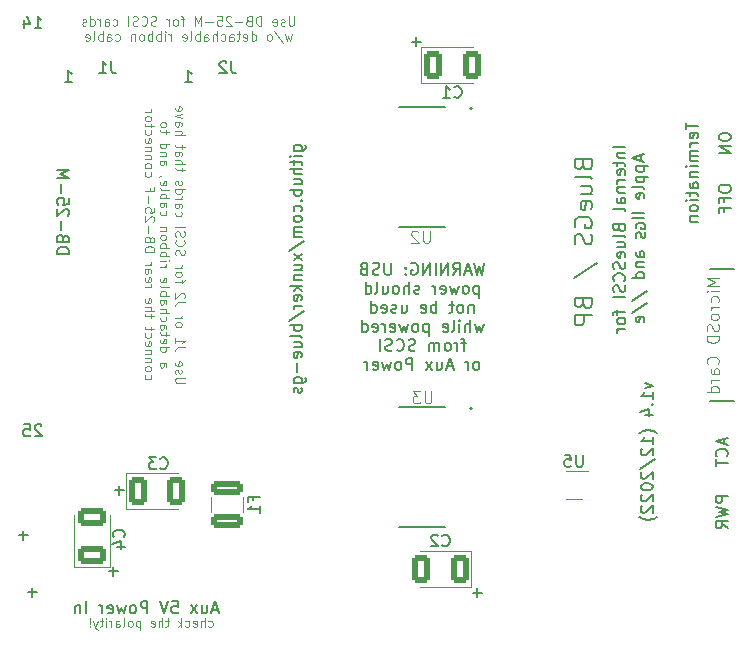
<source format=gbo>
%TF.GenerationSoftware,KiCad,Pcbnew,(6.0.4-0)*%
%TF.CreationDate,2023-01-26T09:36:58-07:00*%
%TF.ProjectId,bluescsi_iigs_internal,626c7565-7363-4736-995f-696967735f69,rev?*%
%TF.SameCoordinates,Original*%
%TF.FileFunction,Legend,Bot*%
%TF.FilePolarity,Positive*%
%FSLAX46Y46*%
G04 Gerber Fmt 4.6, Leading zero omitted, Abs format (unit mm)*
G04 Created by KiCad (PCBNEW (6.0.4-0)) date 2023-01-26 09:36:58*
%MOMM*%
%LPD*%
G01*
G04 APERTURE LIST*
G04 Aperture macros list*
%AMRoundRect*
0 Rectangle with rounded corners*
0 $1 Rounding radius*
0 $2 $3 $4 $5 $6 $7 $8 $9 X,Y pos of 4 corners*
0 Add a 4 corners polygon primitive as box body*
4,1,4,$2,$3,$4,$5,$6,$7,$8,$9,$2,$3,0*
0 Add four circle primitives for the rounded corners*
1,1,$1+$1,$2,$3*
1,1,$1+$1,$4,$5*
1,1,$1+$1,$6,$7*
1,1,$1+$1,$8,$9*
0 Add four rect primitives between the rounded corners*
20,1,$1+$1,$2,$3,$4,$5,0*
20,1,$1+$1,$4,$5,$6,$7,0*
20,1,$1+$1,$6,$7,$8,$9,0*
20,1,$1+$1,$8,$9,$2,$3,0*%
G04 Aperture macros list end*
%ADD10C,0.150000*%
%ADD11C,0.125000*%
%ADD12C,0.200000*%
%ADD13C,0.100000*%
%ADD14C,0.120000*%
%ADD15C,0.127000*%
%ADD16R,1.700000X1.700000*%
%ADD17C,1.700000*%
%ADD18C,0.900000*%
%ADD19O,1.700000X1.700000*%
%ADD20C,2.100000*%
%ADD21R,3.480000X1.846667*%
%ADD22RoundRect,0.250000X-0.500000X-0.925000X0.500000X-0.925000X0.500000X0.925000X-0.500000X0.925000X0*%
%ADD23R,1.970000X0.600000*%
%ADD24RoundRect,0.250000X0.500000X0.925000X-0.500000X0.925000X-0.500000X-0.925000X0.500000X-0.925000X0*%
%ADD25RoundRect,0.250000X1.075000X-0.375000X1.075000X0.375000X-1.075000X0.375000X-1.075000X-0.375000X0*%
%ADD26R,1.500000X0.400000*%
%ADD27RoundRect,0.250000X0.925000X-0.500000X0.925000X0.500000X-0.925000X0.500000X-0.925000X-0.500000X0*%
G04 APERTURE END LIST*
D10*
X184404000Y-69596000D02*
X186436000Y-69596000D01*
X184404000Y-80772000D02*
X186436000Y-80772000D01*
X185586666Y-83970952D02*
X185586666Y-84447142D01*
X185872380Y-83875714D02*
X184872380Y-84209047D01*
X185872380Y-84542380D01*
X185777142Y-85447142D02*
X185824761Y-85399523D01*
X185872380Y-85256666D01*
X185872380Y-85161428D01*
X185824761Y-85018571D01*
X185729523Y-84923333D01*
X185634285Y-84875714D01*
X185443809Y-84828095D01*
X185300952Y-84828095D01*
X185110476Y-84875714D01*
X185015238Y-84923333D01*
X184920000Y-85018571D01*
X184872380Y-85161428D01*
X184872380Y-85256666D01*
X184920000Y-85399523D01*
X184967619Y-85447142D01*
X184872380Y-85732857D02*
X184872380Y-86304285D01*
X185872380Y-86018571D02*
X184872380Y-86018571D01*
X185872380Y-88836666D02*
X184872380Y-88836666D01*
X184872380Y-89217619D01*
X184920000Y-89312857D01*
X184967619Y-89360476D01*
X185062857Y-89408095D01*
X185205714Y-89408095D01*
X185300952Y-89360476D01*
X185348571Y-89312857D01*
X185396190Y-89217619D01*
X185396190Y-88836666D01*
X184872380Y-89741428D02*
X185872380Y-89979523D01*
X185158095Y-90170000D01*
X185872380Y-90360476D01*
X184872380Y-90598571D01*
X185872380Y-91550952D02*
X185396190Y-91217619D01*
X185872380Y-90979523D02*
X184872380Y-90979523D01*
X184872380Y-91360476D01*
X184920000Y-91455714D01*
X184967619Y-91503333D01*
X185062857Y-91550952D01*
X185205714Y-91550952D01*
X185300952Y-91503333D01*
X185348571Y-91455714D01*
X185396190Y-91360476D01*
X185396190Y-90979523D01*
X185126380Y-58325142D02*
X185126380Y-58515619D01*
X185174000Y-58610857D01*
X185269238Y-58706095D01*
X185459714Y-58753714D01*
X185793047Y-58753714D01*
X185983523Y-58706095D01*
X186078761Y-58610857D01*
X186126380Y-58515619D01*
X186126380Y-58325142D01*
X186078761Y-58229904D01*
X185983523Y-58134666D01*
X185793047Y-58087047D01*
X185459714Y-58087047D01*
X185269238Y-58134666D01*
X185174000Y-58229904D01*
X185126380Y-58325142D01*
X186126380Y-59182285D02*
X185126380Y-59182285D01*
X186126380Y-59753714D01*
X185126380Y-59753714D01*
X185126380Y-62706095D02*
X185126380Y-62896571D01*
X185174000Y-62991809D01*
X185269238Y-63087047D01*
X185459714Y-63134666D01*
X185793047Y-63134666D01*
X185983523Y-63087047D01*
X186078761Y-62991809D01*
X186126380Y-62896571D01*
X186126380Y-62706095D01*
X186078761Y-62610857D01*
X185983523Y-62515619D01*
X185793047Y-62468000D01*
X185459714Y-62468000D01*
X185269238Y-62515619D01*
X185174000Y-62610857D01*
X185126380Y-62706095D01*
X185602571Y-63896571D02*
X185602571Y-63563238D01*
X186126380Y-63563238D02*
X185126380Y-63563238D01*
X185126380Y-64039428D01*
X185602571Y-64753714D02*
X185602571Y-64420380D01*
X186126380Y-64420380D02*
X185126380Y-64420380D01*
X185126380Y-64896571D01*
X149137714Y-59572190D02*
X149947238Y-59572190D01*
X150042476Y-59524571D01*
X150090095Y-59476952D01*
X150137714Y-59381714D01*
X150137714Y-59238857D01*
X150090095Y-59143619D01*
X149756761Y-59572190D02*
X149804380Y-59476952D01*
X149804380Y-59286476D01*
X149756761Y-59191238D01*
X149709142Y-59143619D01*
X149613904Y-59096000D01*
X149328190Y-59096000D01*
X149232952Y-59143619D01*
X149185333Y-59191238D01*
X149137714Y-59286476D01*
X149137714Y-59476952D01*
X149185333Y-59572190D01*
X149804380Y-60048380D02*
X149137714Y-60048380D01*
X148804380Y-60048380D02*
X148852000Y-60000761D01*
X148899619Y-60048380D01*
X148852000Y-60096000D01*
X148804380Y-60048380D01*
X148899619Y-60048380D01*
X149137714Y-60381714D02*
X149137714Y-60762666D01*
X148804380Y-60524571D02*
X149661523Y-60524571D01*
X149756761Y-60572190D01*
X149804380Y-60667428D01*
X149804380Y-60762666D01*
X149804380Y-61096000D02*
X148804380Y-61096000D01*
X149804380Y-61524571D02*
X149280571Y-61524571D01*
X149185333Y-61476952D01*
X149137714Y-61381714D01*
X149137714Y-61238857D01*
X149185333Y-61143619D01*
X149232952Y-61096000D01*
X149137714Y-62429333D02*
X149804380Y-62429333D01*
X149137714Y-62000761D02*
X149661523Y-62000761D01*
X149756761Y-62048380D01*
X149804380Y-62143619D01*
X149804380Y-62286476D01*
X149756761Y-62381714D01*
X149709142Y-62429333D01*
X149804380Y-62905523D02*
X148804380Y-62905523D01*
X149185333Y-62905523D02*
X149137714Y-63000761D01*
X149137714Y-63191238D01*
X149185333Y-63286476D01*
X149232952Y-63334095D01*
X149328190Y-63381714D01*
X149613904Y-63381714D01*
X149709142Y-63334095D01*
X149756761Y-63286476D01*
X149804380Y-63191238D01*
X149804380Y-63000761D01*
X149756761Y-62905523D01*
X149709142Y-63810285D02*
X149756761Y-63857904D01*
X149804380Y-63810285D01*
X149756761Y-63762666D01*
X149709142Y-63810285D01*
X149804380Y-63810285D01*
X149756761Y-64715047D02*
X149804380Y-64619809D01*
X149804380Y-64429333D01*
X149756761Y-64334095D01*
X149709142Y-64286476D01*
X149613904Y-64238857D01*
X149328190Y-64238857D01*
X149232952Y-64286476D01*
X149185333Y-64334095D01*
X149137714Y-64429333D01*
X149137714Y-64619809D01*
X149185333Y-64715047D01*
X149804380Y-65286476D02*
X149756761Y-65191238D01*
X149709142Y-65143619D01*
X149613904Y-65095999D01*
X149328190Y-65095999D01*
X149232952Y-65143619D01*
X149185333Y-65191238D01*
X149137714Y-65286476D01*
X149137714Y-65429333D01*
X149185333Y-65524571D01*
X149232952Y-65572190D01*
X149328190Y-65619809D01*
X149613904Y-65619809D01*
X149709142Y-65572190D01*
X149756761Y-65524571D01*
X149804380Y-65429333D01*
X149804380Y-65286476D01*
X149804380Y-66048380D02*
X149137714Y-66048380D01*
X149232952Y-66048380D02*
X149185333Y-66095999D01*
X149137714Y-66191238D01*
X149137714Y-66334095D01*
X149185333Y-66429333D01*
X149280571Y-66476952D01*
X149804380Y-66476952D01*
X149280571Y-66476952D02*
X149185333Y-66524571D01*
X149137714Y-66619809D01*
X149137714Y-66762666D01*
X149185333Y-66857904D01*
X149280571Y-66905523D01*
X149804380Y-66905523D01*
X148756761Y-68095999D02*
X150042476Y-67238857D01*
X149804380Y-68334095D02*
X149137714Y-68857904D01*
X149137714Y-68334095D02*
X149804380Y-68857904D01*
X149137714Y-69667428D02*
X149804380Y-69667428D01*
X149137714Y-69238857D02*
X149661523Y-69238857D01*
X149756761Y-69286476D01*
X149804380Y-69381714D01*
X149804380Y-69524571D01*
X149756761Y-69619809D01*
X149709142Y-69667428D01*
X149137714Y-70143619D02*
X149804380Y-70143619D01*
X149232952Y-70143619D02*
X149185333Y-70191238D01*
X149137714Y-70286476D01*
X149137714Y-70429333D01*
X149185333Y-70524571D01*
X149280571Y-70572190D01*
X149804380Y-70572190D01*
X149804380Y-71048380D02*
X148804380Y-71048380D01*
X149423428Y-71143619D02*
X149804380Y-71429333D01*
X149137714Y-71429333D02*
X149518666Y-71048380D01*
X149756761Y-72238857D02*
X149804380Y-72143619D01*
X149804380Y-71953142D01*
X149756761Y-71857904D01*
X149661523Y-71810285D01*
X149280571Y-71810285D01*
X149185333Y-71857904D01*
X149137714Y-71953142D01*
X149137714Y-72143619D01*
X149185333Y-72238857D01*
X149280571Y-72286476D01*
X149375809Y-72286476D01*
X149471047Y-71810285D01*
X149804380Y-72715047D02*
X149137714Y-72715047D01*
X149328190Y-72715047D02*
X149232952Y-72762666D01*
X149185333Y-72810285D01*
X149137714Y-72905523D01*
X149137714Y-73000761D01*
X148756761Y-74048380D02*
X150042476Y-73191238D01*
X149804380Y-74381714D02*
X148804380Y-74381714D01*
X149185333Y-74381714D02*
X149137714Y-74476952D01*
X149137714Y-74667428D01*
X149185333Y-74762666D01*
X149232952Y-74810285D01*
X149328190Y-74857904D01*
X149613904Y-74857904D01*
X149709142Y-74810285D01*
X149756761Y-74762666D01*
X149804380Y-74667428D01*
X149804380Y-74476952D01*
X149756761Y-74381714D01*
X149804380Y-75429333D02*
X149756761Y-75334095D01*
X149661523Y-75286476D01*
X148804380Y-75286476D01*
X149137714Y-76238857D02*
X149804380Y-76238857D01*
X149137714Y-75810285D02*
X149661523Y-75810285D01*
X149756761Y-75857904D01*
X149804380Y-75953142D01*
X149804380Y-76095999D01*
X149756761Y-76191238D01*
X149709142Y-76238857D01*
X149756761Y-77095999D02*
X149804380Y-77000761D01*
X149804380Y-76810285D01*
X149756761Y-76715047D01*
X149661523Y-76667428D01*
X149280571Y-76667428D01*
X149185333Y-76715047D01*
X149137714Y-76810285D01*
X149137714Y-77000761D01*
X149185333Y-77095999D01*
X149280571Y-77143619D01*
X149375809Y-77143619D01*
X149471047Y-76667428D01*
X149423428Y-77572190D02*
X149423428Y-78334095D01*
X149137714Y-79238857D02*
X149947238Y-79238857D01*
X150042476Y-79191238D01*
X150090095Y-79143619D01*
X150137714Y-79048380D01*
X150137714Y-78905523D01*
X150090095Y-78810285D01*
X149756761Y-79238857D02*
X149804380Y-79143619D01*
X149804380Y-78953142D01*
X149756761Y-78857904D01*
X149709142Y-78810285D01*
X149613904Y-78762666D01*
X149328190Y-78762666D01*
X149232952Y-78810285D01*
X149185333Y-78857904D01*
X149137714Y-78953142D01*
X149137714Y-79143619D01*
X149185333Y-79238857D01*
X149756761Y-79667428D02*
X149804380Y-79762666D01*
X149804380Y-79953142D01*
X149756761Y-80048380D01*
X149661523Y-80095999D01*
X149613904Y-80095999D01*
X149518666Y-80048380D01*
X149471047Y-79953142D01*
X149471047Y-79810285D01*
X149423428Y-79715047D01*
X149328190Y-79667428D01*
X149280571Y-79667428D01*
X149185333Y-79715047D01*
X149137714Y-79810285D01*
X149137714Y-79953142D01*
X149185333Y-80048380D01*
X177193380Y-59270285D02*
X176193380Y-59270285D01*
X176526714Y-59746476D02*
X177193380Y-59746476D01*
X176621952Y-59746476D02*
X176574333Y-59794095D01*
X176526714Y-59889333D01*
X176526714Y-60032190D01*
X176574333Y-60127428D01*
X176669571Y-60175047D01*
X177193380Y-60175047D01*
X176526714Y-60508380D02*
X176526714Y-60889333D01*
X176193380Y-60651238D02*
X177050523Y-60651238D01*
X177145761Y-60698857D01*
X177193380Y-60794095D01*
X177193380Y-60889333D01*
X177145761Y-61603619D02*
X177193380Y-61508380D01*
X177193380Y-61317904D01*
X177145761Y-61222666D01*
X177050523Y-61175047D01*
X176669571Y-61175047D01*
X176574333Y-61222666D01*
X176526714Y-61317904D01*
X176526714Y-61508380D01*
X176574333Y-61603619D01*
X176669571Y-61651238D01*
X176764809Y-61651238D01*
X176860047Y-61175047D01*
X177193380Y-62079809D02*
X176526714Y-62079809D01*
X176717190Y-62079809D02*
X176621952Y-62127428D01*
X176574333Y-62175047D01*
X176526714Y-62270285D01*
X176526714Y-62365523D01*
X176526714Y-62698857D02*
X177193380Y-62698857D01*
X176621952Y-62698857D02*
X176574333Y-62746476D01*
X176526714Y-62841714D01*
X176526714Y-62984571D01*
X176574333Y-63079809D01*
X176669571Y-63127428D01*
X177193380Y-63127428D01*
X177193380Y-64032190D02*
X176669571Y-64032190D01*
X176574333Y-63984571D01*
X176526714Y-63889333D01*
X176526714Y-63698857D01*
X176574333Y-63603619D01*
X177145761Y-64032190D02*
X177193380Y-63936952D01*
X177193380Y-63698857D01*
X177145761Y-63603619D01*
X177050523Y-63556000D01*
X176955285Y-63556000D01*
X176860047Y-63603619D01*
X176812428Y-63698857D01*
X176812428Y-63936952D01*
X176764809Y-64032190D01*
X177193380Y-64651238D02*
X177145761Y-64556000D01*
X177050523Y-64508380D01*
X176193380Y-64508380D01*
X176669571Y-66127428D02*
X176717190Y-66270285D01*
X176764809Y-66317904D01*
X176860047Y-66365523D01*
X177002904Y-66365523D01*
X177098142Y-66317904D01*
X177145761Y-66270285D01*
X177193380Y-66175047D01*
X177193380Y-65794095D01*
X176193380Y-65794095D01*
X176193380Y-66127428D01*
X176241000Y-66222666D01*
X176288619Y-66270285D01*
X176383857Y-66317904D01*
X176479095Y-66317904D01*
X176574333Y-66270285D01*
X176621952Y-66222666D01*
X176669571Y-66127428D01*
X176669571Y-65794095D01*
X177193380Y-66936952D02*
X177145761Y-66841714D01*
X177050523Y-66794095D01*
X176193380Y-66794095D01*
X176526714Y-67746476D02*
X177193380Y-67746476D01*
X176526714Y-67317904D02*
X177050523Y-67317904D01*
X177145761Y-67365523D01*
X177193380Y-67460761D01*
X177193380Y-67603619D01*
X177145761Y-67698857D01*
X177098142Y-67746476D01*
X177145761Y-68603619D02*
X177193380Y-68508380D01*
X177193380Y-68317904D01*
X177145761Y-68222666D01*
X177050523Y-68175047D01*
X176669571Y-68175047D01*
X176574333Y-68222666D01*
X176526714Y-68317904D01*
X176526714Y-68508380D01*
X176574333Y-68603619D01*
X176669571Y-68651238D01*
X176764809Y-68651238D01*
X176860047Y-68175047D01*
X177145761Y-69032190D02*
X177193380Y-69175047D01*
X177193380Y-69413142D01*
X177145761Y-69508380D01*
X177098142Y-69556000D01*
X177002904Y-69603619D01*
X176907666Y-69603619D01*
X176812428Y-69556000D01*
X176764809Y-69508380D01*
X176717190Y-69413142D01*
X176669571Y-69222666D01*
X176621952Y-69127428D01*
X176574333Y-69079809D01*
X176479095Y-69032190D01*
X176383857Y-69032190D01*
X176288619Y-69079809D01*
X176241000Y-69127428D01*
X176193380Y-69222666D01*
X176193380Y-69460761D01*
X176241000Y-69603619D01*
X177098142Y-70603619D02*
X177145761Y-70556000D01*
X177193380Y-70413142D01*
X177193380Y-70317904D01*
X177145761Y-70175047D01*
X177050523Y-70079809D01*
X176955285Y-70032190D01*
X176764809Y-69984571D01*
X176621952Y-69984571D01*
X176431476Y-70032190D01*
X176336238Y-70079809D01*
X176241000Y-70175047D01*
X176193380Y-70317904D01*
X176193380Y-70413142D01*
X176241000Y-70556000D01*
X176288619Y-70603619D01*
X177145761Y-70984571D02*
X177193380Y-71127428D01*
X177193380Y-71365523D01*
X177145761Y-71460761D01*
X177098142Y-71508380D01*
X177002904Y-71556000D01*
X176907666Y-71556000D01*
X176812428Y-71508380D01*
X176764809Y-71460761D01*
X176717190Y-71365523D01*
X176669571Y-71175047D01*
X176621952Y-71079809D01*
X176574333Y-71032190D01*
X176479095Y-70984571D01*
X176383857Y-70984571D01*
X176288619Y-71032190D01*
X176241000Y-71079809D01*
X176193380Y-71175047D01*
X176193380Y-71413142D01*
X176241000Y-71556000D01*
X177193380Y-71984571D02*
X176193380Y-71984571D01*
X176526714Y-73079809D02*
X176526714Y-73460761D01*
X177193380Y-73222666D02*
X176336238Y-73222666D01*
X176241000Y-73270285D01*
X176193380Y-73365523D01*
X176193380Y-73460761D01*
X177193380Y-73936952D02*
X177145761Y-73841714D01*
X177098142Y-73794095D01*
X177002904Y-73746476D01*
X176717190Y-73746476D01*
X176621952Y-73794095D01*
X176574333Y-73841714D01*
X176526714Y-73936952D01*
X176526714Y-74079809D01*
X176574333Y-74175047D01*
X176621952Y-74222666D01*
X176717190Y-74270285D01*
X177002904Y-74270285D01*
X177098142Y-74222666D01*
X177145761Y-74175047D01*
X177193380Y-74079809D01*
X177193380Y-73936952D01*
X177193380Y-74698857D02*
X176526714Y-74698857D01*
X176717190Y-74698857D02*
X176621952Y-74746476D01*
X176574333Y-74794095D01*
X176526714Y-74889333D01*
X176526714Y-74984571D01*
X178517666Y-59989333D02*
X178517666Y-60465523D01*
X178803380Y-59894095D02*
X177803380Y-60227428D01*
X178803380Y-60560761D01*
X178136714Y-60894095D02*
X179136714Y-60894095D01*
X178184333Y-60894095D02*
X178136714Y-60989333D01*
X178136714Y-61179809D01*
X178184333Y-61275047D01*
X178231952Y-61322666D01*
X178327190Y-61370285D01*
X178612904Y-61370285D01*
X178708142Y-61322666D01*
X178755761Y-61275047D01*
X178803380Y-61179809D01*
X178803380Y-60989333D01*
X178755761Y-60894095D01*
X178136714Y-61798857D02*
X179136714Y-61798857D01*
X178184333Y-61798857D02*
X178136714Y-61894095D01*
X178136714Y-62084571D01*
X178184333Y-62179809D01*
X178231952Y-62227428D01*
X178327190Y-62275047D01*
X178612904Y-62275047D01*
X178708142Y-62227428D01*
X178755761Y-62179809D01*
X178803380Y-62084571D01*
X178803380Y-61894095D01*
X178755761Y-61798857D01*
X178803380Y-62846476D02*
X178755761Y-62751238D01*
X178660523Y-62703619D01*
X177803380Y-62703619D01*
X178755761Y-63608380D02*
X178803380Y-63513142D01*
X178803380Y-63322666D01*
X178755761Y-63227428D01*
X178660523Y-63179809D01*
X178279571Y-63179809D01*
X178184333Y-63227428D01*
X178136714Y-63322666D01*
X178136714Y-63513142D01*
X178184333Y-63608380D01*
X178279571Y-63656000D01*
X178374809Y-63656000D01*
X178470047Y-63179809D01*
X178803380Y-64846476D02*
X177803380Y-64846476D01*
X178803380Y-65322666D02*
X177803380Y-65322666D01*
X178151000Y-66170285D02*
X178112904Y-66094095D01*
X178112904Y-65979809D01*
X178151000Y-65865523D01*
X178227190Y-65789333D01*
X178303380Y-65751238D01*
X178455761Y-65713142D01*
X178570047Y-65713142D01*
X178722428Y-65751238D01*
X178798619Y-65789333D01*
X178874809Y-65865523D01*
X178912904Y-65979809D01*
X178912904Y-66056000D01*
X178874809Y-66170285D01*
X178836714Y-66208380D01*
X178570047Y-66208380D01*
X178570047Y-66056000D01*
X178874809Y-66513142D02*
X178912904Y-66627428D01*
X178912904Y-66817904D01*
X178874809Y-66894095D01*
X178836714Y-66932190D01*
X178760523Y-66970285D01*
X178684333Y-66970285D01*
X178608142Y-66932190D01*
X178570047Y-66894095D01*
X178531952Y-66817904D01*
X178493857Y-66665523D01*
X178455761Y-66589333D01*
X178417666Y-66551238D01*
X178341476Y-66513142D01*
X178265285Y-66513142D01*
X178189095Y-66551238D01*
X178151000Y-66589333D01*
X178112904Y-66665523D01*
X178112904Y-66856000D01*
X178151000Y-66970285D01*
X178803380Y-68551238D02*
X178279571Y-68551238D01*
X178184333Y-68503619D01*
X178136714Y-68408380D01*
X178136714Y-68217904D01*
X178184333Y-68122666D01*
X178755761Y-68551238D02*
X178803380Y-68456000D01*
X178803380Y-68217904D01*
X178755761Y-68122666D01*
X178660523Y-68075047D01*
X178565285Y-68075047D01*
X178470047Y-68122666D01*
X178422428Y-68217904D01*
X178422428Y-68456000D01*
X178374809Y-68551238D01*
X178136714Y-69027428D02*
X178803380Y-69027428D01*
X178231952Y-69027428D02*
X178184333Y-69075047D01*
X178136714Y-69170285D01*
X178136714Y-69313142D01*
X178184333Y-69408380D01*
X178279571Y-69456000D01*
X178803380Y-69456000D01*
X178803380Y-70360761D02*
X177803380Y-70360761D01*
X178755761Y-70360761D02*
X178803380Y-70265523D01*
X178803380Y-70075047D01*
X178755761Y-69979809D01*
X178708142Y-69932190D01*
X178612904Y-69884571D01*
X178327190Y-69884571D01*
X178231952Y-69932190D01*
X178184333Y-69979809D01*
X178136714Y-70075047D01*
X178136714Y-70265523D01*
X178184333Y-70360761D01*
X177755761Y-72313142D02*
X179041476Y-71456000D01*
X177755761Y-73360761D02*
X179041476Y-72503619D01*
X178755761Y-74075047D02*
X178803380Y-73979809D01*
X178803380Y-73789333D01*
X178755761Y-73694095D01*
X178660523Y-73646476D01*
X178279571Y-73646476D01*
X178184333Y-73694095D01*
X178136714Y-73789333D01*
X178136714Y-73979809D01*
X178184333Y-74075047D01*
X178279571Y-74122666D01*
X178374809Y-74122666D01*
X178470047Y-73646476D01*
X133985047Y-88320571D02*
X134746952Y-88320571D01*
X134366000Y-87939619D02*
X134366000Y-88701523D01*
X182332380Y-57206095D02*
X182332380Y-57777523D01*
X183332380Y-57491809D02*
X182332380Y-57491809D01*
X183284761Y-58491809D02*
X183332380Y-58396571D01*
X183332380Y-58206095D01*
X183284761Y-58110857D01*
X183189523Y-58063238D01*
X182808571Y-58063238D01*
X182713333Y-58110857D01*
X182665714Y-58206095D01*
X182665714Y-58396571D01*
X182713333Y-58491809D01*
X182808571Y-58539428D01*
X182903809Y-58539428D01*
X182999047Y-58063238D01*
X183332380Y-58968000D02*
X182665714Y-58968000D01*
X182856190Y-58968000D02*
X182760952Y-59015619D01*
X182713333Y-59063238D01*
X182665714Y-59158476D01*
X182665714Y-59253714D01*
X183332380Y-59587047D02*
X182665714Y-59587047D01*
X182760952Y-59587047D02*
X182713333Y-59634666D01*
X182665714Y-59729904D01*
X182665714Y-59872761D01*
X182713333Y-59968000D01*
X182808571Y-60015619D01*
X183332380Y-60015619D01*
X182808571Y-60015619D02*
X182713333Y-60063238D01*
X182665714Y-60158476D01*
X182665714Y-60301333D01*
X182713333Y-60396571D01*
X182808571Y-60444190D01*
X183332380Y-60444190D01*
X183332380Y-60920380D02*
X182665714Y-60920380D01*
X182332380Y-60920380D02*
X182380000Y-60872761D01*
X182427619Y-60920380D01*
X182380000Y-60968000D01*
X182332380Y-60920380D01*
X182427619Y-60920380D01*
X182665714Y-61396571D02*
X183332380Y-61396571D01*
X182760952Y-61396571D02*
X182713333Y-61444190D01*
X182665714Y-61539428D01*
X182665714Y-61682285D01*
X182713333Y-61777523D01*
X182808571Y-61825142D01*
X183332380Y-61825142D01*
X183332380Y-62729904D02*
X182808571Y-62729904D01*
X182713333Y-62682285D01*
X182665714Y-62587047D01*
X182665714Y-62396571D01*
X182713333Y-62301333D01*
X183284761Y-62729904D02*
X183332380Y-62634666D01*
X183332380Y-62396571D01*
X183284761Y-62301333D01*
X183189523Y-62253714D01*
X183094285Y-62253714D01*
X182999047Y-62301333D01*
X182951428Y-62396571D01*
X182951428Y-62634666D01*
X182903809Y-62729904D01*
X182665714Y-63063238D02*
X182665714Y-63444190D01*
X182332380Y-63206095D02*
X183189523Y-63206095D01*
X183284761Y-63253714D01*
X183332380Y-63348952D01*
X183332380Y-63444190D01*
X183332380Y-63777523D02*
X182665714Y-63777523D01*
X182332380Y-63777523D02*
X182380000Y-63729904D01*
X182427619Y-63777523D01*
X182380000Y-63825142D01*
X182332380Y-63777523D01*
X182427619Y-63777523D01*
X183332380Y-64396571D02*
X183284761Y-64301333D01*
X183237142Y-64253714D01*
X183141904Y-64206095D01*
X182856190Y-64206095D01*
X182760952Y-64253714D01*
X182713333Y-64301333D01*
X182665714Y-64396571D01*
X182665714Y-64539428D01*
X182713333Y-64634666D01*
X182760952Y-64682285D01*
X182856190Y-64729904D01*
X183141904Y-64729904D01*
X183237142Y-64682285D01*
X183284761Y-64634666D01*
X183332380Y-64539428D01*
X183332380Y-64396571D01*
X182665714Y-65158476D02*
X183332380Y-65158476D01*
X182760952Y-65158476D02*
X182713333Y-65206095D01*
X182665714Y-65301333D01*
X182665714Y-65444190D01*
X182713333Y-65539428D01*
X182808571Y-65587047D01*
X183332380Y-65587047D01*
D11*
X139902095Y-79259238D02*
X139254476Y-79259238D01*
X139178285Y-79221142D01*
X139140190Y-79183047D01*
X139102095Y-79106857D01*
X139102095Y-78954476D01*
X139140190Y-78878285D01*
X139178285Y-78840190D01*
X139254476Y-78802095D01*
X139902095Y-78802095D01*
X139140190Y-78459238D02*
X139102095Y-78383047D01*
X139102095Y-78230666D01*
X139140190Y-78154476D01*
X139216380Y-78116380D01*
X139254476Y-78116380D01*
X139330666Y-78154476D01*
X139368761Y-78230666D01*
X139368761Y-78344952D01*
X139406857Y-78421142D01*
X139483047Y-78459238D01*
X139521142Y-78459238D01*
X139597333Y-78421142D01*
X139635428Y-78344952D01*
X139635428Y-78230666D01*
X139597333Y-78154476D01*
X139140190Y-77468761D02*
X139102095Y-77544952D01*
X139102095Y-77697333D01*
X139140190Y-77773523D01*
X139216380Y-77811619D01*
X139521142Y-77811619D01*
X139597333Y-77773523D01*
X139635428Y-77697333D01*
X139635428Y-77544952D01*
X139597333Y-77468761D01*
X139521142Y-77430666D01*
X139444952Y-77430666D01*
X139368761Y-77811619D01*
X139902095Y-76249714D02*
X139330666Y-76249714D01*
X139216380Y-76287809D01*
X139140190Y-76364000D01*
X139102095Y-76478285D01*
X139102095Y-76554476D01*
X139102095Y-75449714D02*
X139102095Y-75906857D01*
X139102095Y-75678285D02*
X139902095Y-75678285D01*
X139787809Y-75754476D01*
X139711619Y-75830666D01*
X139673523Y-75906857D01*
X139102095Y-74383047D02*
X139140190Y-74459238D01*
X139178285Y-74497333D01*
X139254476Y-74535428D01*
X139483047Y-74535428D01*
X139559238Y-74497333D01*
X139597333Y-74459238D01*
X139635428Y-74383047D01*
X139635428Y-74268761D01*
X139597333Y-74192571D01*
X139559238Y-74154476D01*
X139483047Y-74116380D01*
X139254476Y-74116380D01*
X139178285Y-74154476D01*
X139140190Y-74192571D01*
X139102095Y-74268761D01*
X139102095Y-74383047D01*
X139102095Y-73773523D02*
X139635428Y-73773523D01*
X139483047Y-73773523D02*
X139559238Y-73735428D01*
X139597333Y-73697333D01*
X139635428Y-73621142D01*
X139635428Y-73544952D01*
X139902095Y-72440190D02*
X139330666Y-72440190D01*
X139216380Y-72478285D01*
X139140190Y-72554476D01*
X139102095Y-72668761D01*
X139102095Y-72744952D01*
X139825904Y-72097333D02*
X139864000Y-72059238D01*
X139902095Y-71983047D01*
X139902095Y-71792571D01*
X139864000Y-71716380D01*
X139825904Y-71678285D01*
X139749714Y-71640190D01*
X139673523Y-71640190D01*
X139559238Y-71678285D01*
X139102095Y-72135428D01*
X139102095Y-71640190D01*
X139635428Y-70802095D02*
X139635428Y-70497333D01*
X139102095Y-70687809D02*
X139787809Y-70687809D01*
X139864000Y-70649714D01*
X139902095Y-70573523D01*
X139902095Y-70497333D01*
X139102095Y-70116380D02*
X139140190Y-70192571D01*
X139178285Y-70230666D01*
X139254476Y-70268761D01*
X139483047Y-70268761D01*
X139559238Y-70230666D01*
X139597333Y-70192571D01*
X139635428Y-70116380D01*
X139635428Y-70002095D01*
X139597333Y-69925904D01*
X139559238Y-69887809D01*
X139483047Y-69849714D01*
X139254476Y-69849714D01*
X139178285Y-69887809D01*
X139140190Y-69925904D01*
X139102095Y-70002095D01*
X139102095Y-70116380D01*
X139102095Y-69506857D02*
X139635428Y-69506857D01*
X139483047Y-69506857D02*
X139559238Y-69468761D01*
X139597333Y-69430666D01*
X139635428Y-69354476D01*
X139635428Y-69278285D01*
X139140190Y-68440190D02*
X139102095Y-68325904D01*
X139102095Y-68135428D01*
X139140190Y-68059238D01*
X139178285Y-68021142D01*
X139254476Y-67983047D01*
X139330666Y-67983047D01*
X139406857Y-68021142D01*
X139444952Y-68059238D01*
X139483047Y-68135428D01*
X139521142Y-68287809D01*
X139559238Y-68364000D01*
X139597333Y-68402095D01*
X139673523Y-68440190D01*
X139749714Y-68440190D01*
X139825904Y-68402095D01*
X139864000Y-68364000D01*
X139902095Y-68287809D01*
X139902095Y-68097333D01*
X139864000Y-67983047D01*
X139178285Y-67183047D02*
X139140190Y-67221142D01*
X139102095Y-67335428D01*
X139102095Y-67411619D01*
X139140190Y-67525904D01*
X139216380Y-67602095D01*
X139292571Y-67640190D01*
X139444952Y-67678285D01*
X139559238Y-67678285D01*
X139711619Y-67640190D01*
X139787809Y-67602095D01*
X139864000Y-67525904D01*
X139902095Y-67411619D01*
X139902095Y-67335428D01*
X139864000Y-67221142D01*
X139825904Y-67183047D01*
X139140190Y-66878285D02*
X139102095Y-66764000D01*
X139102095Y-66573523D01*
X139140190Y-66497333D01*
X139178285Y-66459238D01*
X139254476Y-66421142D01*
X139330666Y-66421142D01*
X139406857Y-66459238D01*
X139444952Y-66497333D01*
X139483047Y-66573523D01*
X139521142Y-66725904D01*
X139559238Y-66802095D01*
X139597333Y-66840190D01*
X139673523Y-66878285D01*
X139749714Y-66878285D01*
X139825904Y-66840190D01*
X139864000Y-66802095D01*
X139902095Y-66725904D01*
X139902095Y-66535428D01*
X139864000Y-66421142D01*
X139102095Y-66078285D02*
X139902095Y-66078285D01*
X139140190Y-64744952D02*
X139102095Y-64821142D01*
X139102095Y-64973523D01*
X139140190Y-65049714D01*
X139178285Y-65087809D01*
X139254476Y-65125904D01*
X139483047Y-65125904D01*
X139559238Y-65087809D01*
X139597333Y-65049714D01*
X139635428Y-64973523D01*
X139635428Y-64821142D01*
X139597333Y-64744952D01*
X139102095Y-64059238D02*
X139521142Y-64059238D01*
X139597333Y-64097333D01*
X139635428Y-64173523D01*
X139635428Y-64325904D01*
X139597333Y-64402095D01*
X139140190Y-64059238D02*
X139102095Y-64135428D01*
X139102095Y-64325904D01*
X139140190Y-64402095D01*
X139216380Y-64440190D01*
X139292571Y-64440190D01*
X139368761Y-64402095D01*
X139406857Y-64325904D01*
X139406857Y-64135428D01*
X139444952Y-64059238D01*
X139102095Y-63678285D02*
X139635428Y-63678285D01*
X139483047Y-63678285D02*
X139559238Y-63640190D01*
X139597333Y-63602095D01*
X139635428Y-63525904D01*
X139635428Y-63449714D01*
X139102095Y-62840190D02*
X139902095Y-62840190D01*
X139140190Y-62840190D02*
X139102095Y-62916380D01*
X139102095Y-63068761D01*
X139140190Y-63144952D01*
X139178285Y-63183047D01*
X139254476Y-63221142D01*
X139483047Y-63221142D01*
X139559238Y-63183047D01*
X139597333Y-63144952D01*
X139635428Y-63068761D01*
X139635428Y-62916380D01*
X139597333Y-62840190D01*
X139140190Y-62497333D02*
X139102095Y-62421142D01*
X139102095Y-62268761D01*
X139140190Y-62192571D01*
X139216380Y-62154476D01*
X139254476Y-62154476D01*
X139330666Y-62192571D01*
X139368761Y-62268761D01*
X139368761Y-62383047D01*
X139406857Y-62459238D01*
X139483047Y-62497333D01*
X139521142Y-62497333D01*
X139597333Y-62459238D01*
X139635428Y-62383047D01*
X139635428Y-62268761D01*
X139597333Y-62192571D01*
X139635428Y-61316380D02*
X139635428Y-61011619D01*
X139902095Y-61202095D02*
X139216380Y-61202095D01*
X139140190Y-61164000D01*
X139102095Y-61087809D01*
X139102095Y-61011619D01*
X139102095Y-60744952D02*
X139902095Y-60744952D01*
X139102095Y-60402095D02*
X139521142Y-60402095D01*
X139597333Y-60440190D01*
X139635428Y-60516380D01*
X139635428Y-60630666D01*
X139597333Y-60706857D01*
X139559238Y-60744952D01*
X139102095Y-59678285D02*
X139521142Y-59678285D01*
X139597333Y-59716380D01*
X139635428Y-59792571D01*
X139635428Y-59944952D01*
X139597333Y-60021142D01*
X139140190Y-59678285D02*
X139102095Y-59754476D01*
X139102095Y-59944952D01*
X139140190Y-60021142D01*
X139216380Y-60059238D01*
X139292571Y-60059238D01*
X139368761Y-60021142D01*
X139406857Y-59944952D01*
X139406857Y-59754476D01*
X139444952Y-59678285D01*
X139635428Y-59411619D02*
X139635428Y-59106857D01*
X139902095Y-59297333D02*
X139216380Y-59297333D01*
X139140190Y-59259238D01*
X139102095Y-59183047D01*
X139102095Y-59106857D01*
X139102095Y-58230666D02*
X139902095Y-58230666D01*
X139102095Y-57887809D02*
X139521142Y-57887809D01*
X139597333Y-57925904D01*
X139635428Y-58002095D01*
X139635428Y-58116380D01*
X139597333Y-58192571D01*
X139559238Y-58230666D01*
X139102095Y-57164000D02*
X139521142Y-57164000D01*
X139597333Y-57202095D01*
X139635428Y-57278285D01*
X139635428Y-57430666D01*
X139597333Y-57506857D01*
X139140190Y-57164000D02*
X139102095Y-57240190D01*
X139102095Y-57430666D01*
X139140190Y-57506857D01*
X139216380Y-57544952D01*
X139292571Y-57544952D01*
X139368761Y-57506857D01*
X139406857Y-57430666D01*
X139406857Y-57240190D01*
X139444952Y-57164000D01*
X139635428Y-56859238D02*
X139102095Y-56668761D01*
X139635428Y-56478285D01*
X139140190Y-55868761D02*
X139102095Y-55944952D01*
X139102095Y-56097333D01*
X139140190Y-56173523D01*
X139216380Y-56211619D01*
X139521142Y-56211619D01*
X139597333Y-56173523D01*
X139635428Y-56097333D01*
X139635428Y-55944952D01*
X139597333Y-55868761D01*
X139521142Y-55830666D01*
X139444952Y-55830666D01*
X139368761Y-56211619D01*
X137814095Y-77564000D02*
X138233142Y-77564000D01*
X138309333Y-77602095D01*
X138347428Y-77678285D01*
X138347428Y-77830666D01*
X138309333Y-77906857D01*
X137852190Y-77564000D02*
X137814095Y-77640190D01*
X137814095Y-77830666D01*
X137852190Y-77906857D01*
X137928380Y-77944952D01*
X138004571Y-77944952D01*
X138080761Y-77906857D01*
X138118857Y-77830666D01*
X138118857Y-77640190D01*
X138156952Y-77564000D01*
X137814095Y-76230666D02*
X138614095Y-76230666D01*
X137852190Y-76230666D02*
X137814095Y-76306857D01*
X137814095Y-76459238D01*
X137852190Y-76535428D01*
X137890285Y-76573523D01*
X137966476Y-76611619D01*
X138195047Y-76611619D01*
X138271238Y-76573523D01*
X138309333Y-76535428D01*
X138347428Y-76459238D01*
X138347428Y-76306857D01*
X138309333Y-76230666D01*
X137852190Y-75544952D02*
X137814095Y-75621142D01*
X137814095Y-75773523D01*
X137852190Y-75849714D01*
X137928380Y-75887809D01*
X138233142Y-75887809D01*
X138309333Y-75849714D01*
X138347428Y-75773523D01*
X138347428Y-75621142D01*
X138309333Y-75544952D01*
X138233142Y-75506857D01*
X138156952Y-75506857D01*
X138080761Y-75887809D01*
X138347428Y-75278285D02*
X138347428Y-74973523D01*
X138614095Y-75164000D02*
X137928380Y-75164000D01*
X137852190Y-75125904D01*
X137814095Y-75049714D01*
X137814095Y-74973523D01*
X137814095Y-74364000D02*
X138233142Y-74364000D01*
X138309333Y-74402095D01*
X138347428Y-74478285D01*
X138347428Y-74630666D01*
X138309333Y-74706857D01*
X137852190Y-74364000D02*
X137814095Y-74440190D01*
X137814095Y-74630666D01*
X137852190Y-74706857D01*
X137928380Y-74744952D01*
X138004571Y-74744952D01*
X138080761Y-74706857D01*
X138118857Y-74630666D01*
X138118857Y-74440190D01*
X138156952Y-74364000D01*
X137852190Y-73640190D02*
X137814095Y-73716380D01*
X137814095Y-73868761D01*
X137852190Y-73944952D01*
X137890285Y-73983047D01*
X137966476Y-74021142D01*
X138195047Y-74021142D01*
X138271238Y-73983047D01*
X138309333Y-73944952D01*
X138347428Y-73868761D01*
X138347428Y-73716380D01*
X138309333Y-73640190D01*
X137814095Y-73297333D02*
X138614095Y-73297333D01*
X137814095Y-72954476D02*
X138233142Y-72954476D01*
X138309333Y-72992571D01*
X138347428Y-73068761D01*
X138347428Y-73183047D01*
X138309333Y-73259238D01*
X138271238Y-73297333D01*
X137814095Y-72230666D02*
X138233142Y-72230666D01*
X138309333Y-72268761D01*
X138347428Y-72344952D01*
X138347428Y-72497333D01*
X138309333Y-72573523D01*
X137852190Y-72230666D02*
X137814095Y-72306857D01*
X137814095Y-72497333D01*
X137852190Y-72573523D01*
X137928380Y-72611619D01*
X138004571Y-72611619D01*
X138080761Y-72573523D01*
X138118857Y-72497333D01*
X138118857Y-72306857D01*
X138156952Y-72230666D01*
X137814095Y-71849714D02*
X138614095Y-71849714D01*
X138309333Y-71849714D02*
X138347428Y-71773523D01*
X138347428Y-71621142D01*
X138309333Y-71544952D01*
X138271238Y-71506857D01*
X138195047Y-71468761D01*
X137966476Y-71468761D01*
X137890285Y-71506857D01*
X137852190Y-71544952D01*
X137814095Y-71621142D01*
X137814095Y-71773523D01*
X137852190Y-71849714D01*
X137814095Y-71011619D02*
X137852190Y-71087809D01*
X137928380Y-71125904D01*
X138614095Y-71125904D01*
X137852190Y-70402095D02*
X137814095Y-70478285D01*
X137814095Y-70630666D01*
X137852190Y-70706857D01*
X137928380Y-70744952D01*
X138233142Y-70744952D01*
X138309333Y-70706857D01*
X138347428Y-70630666D01*
X138347428Y-70478285D01*
X138309333Y-70402095D01*
X138233142Y-70364000D01*
X138156952Y-70364000D01*
X138080761Y-70744952D01*
X137814095Y-69411619D02*
X138347428Y-69411619D01*
X138195047Y-69411619D02*
X138271238Y-69373523D01*
X138309333Y-69335428D01*
X138347428Y-69259238D01*
X138347428Y-69183047D01*
X137814095Y-68916380D02*
X138347428Y-68916380D01*
X138614095Y-68916380D02*
X138576000Y-68954476D01*
X138537904Y-68916380D01*
X138576000Y-68878285D01*
X138614095Y-68916380D01*
X138537904Y-68916380D01*
X137814095Y-68535428D02*
X138614095Y-68535428D01*
X138309333Y-68535428D02*
X138347428Y-68459238D01*
X138347428Y-68306857D01*
X138309333Y-68230666D01*
X138271238Y-68192571D01*
X138195047Y-68154476D01*
X137966476Y-68154476D01*
X137890285Y-68192571D01*
X137852190Y-68230666D01*
X137814095Y-68306857D01*
X137814095Y-68459238D01*
X137852190Y-68535428D01*
X137814095Y-67811619D02*
X138614095Y-67811619D01*
X138309333Y-67811619D02*
X138347428Y-67735428D01*
X138347428Y-67583047D01*
X138309333Y-67506857D01*
X138271238Y-67468761D01*
X138195047Y-67430666D01*
X137966476Y-67430666D01*
X137890285Y-67468761D01*
X137852190Y-67506857D01*
X137814095Y-67583047D01*
X137814095Y-67735428D01*
X137852190Y-67811619D01*
X137814095Y-66973523D02*
X137852190Y-67049714D01*
X137890285Y-67087809D01*
X137966476Y-67125904D01*
X138195047Y-67125904D01*
X138271238Y-67087809D01*
X138309333Y-67049714D01*
X138347428Y-66973523D01*
X138347428Y-66859238D01*
X138309333Y-66783047D01*
X138271238Y-66744952D01*
X138195047Y-66706857D01*
X137966476Y-66706857D01*
X137890285Y-66744952D01*
X137852190Y-66783047D01*
X137814095Y-66859238D01*
X137814095Y-66973523D01*
X138347428Y-66364000D02*
X137814095Y-66364000D01*
X138271238Y-66364000D02*
X138309333Y-66325904D01*
X138347428Y-66249714D01*
X138347428Y-66135428D01*
X138309333Y-66059238D01*
X138233142Y-66021142D01*
X137814095Y-66021142D01*
X137852190Y-64687809D02*
X137814095Y-64764000D01*
X137814095Y-64916380D01*
X137852190Y-64992571D01*
X137890285Y-65030666D01*
X137966476Y-65068761D01*
X138195047Y-65068761D01*
X138271238Y-65030666D01*
X138309333Y-64992571D01*
X138347428Y-64916380D01*
X138347428Y-64764000D01*
X138309333Y-64687809D01*
X137814095Y-64002095D02*
X138233142Y-64002095D01*
X138309333Y-64040190D01*
X138347428Y-64116380D01*
X138347428Y-64268761D01*
X138309333Y-64344952D01*
X137852190Y-64002095D02*
X137814095Y-64078285D01*
X137814095Y-64268761D01*
X137852190Y-64344952D01*
X137928380Y-64383047D01*
X138004571Y-64383047D01*
X138080761Y-64344952D01*
X138118857Y-64268761D01*
X138118857Y-64078285D01*
X138156952Y-64002095D01*
X137814095Y-63621142D02*
X138614095Y-63621142D01*
X138309333Y-63621142D02*
X138347428Y-63544952D01*
X138347428Y-63392571D01*
X138309333Y-63316380D01*
X138271238Y-63278285D01*
X138195047Y-63240190D01*
X137966476Y-63240190D01*
X137890285Y-63278285D01*
X137852190Y-63316380D01*
X137814095Y-63392571D01*
X137814095Y-63544952D01*
X137852190Y-63621142D01*
X137814095Y-62783047D02*
X137852190Y-62859238D01*
X137928380Y-62897333D01*
X138614095Y-62897333D01*
X137852190Y-62173523D02*
X137814095Y-62249714D01*
X137814095Y-62402095D01*
X137852190Y-62478285D01*
X137928380Y-62516380D01*
X138233142Y-62516380D01*
X138309333Y-62478285D01*
X138347428Y-62402095D01*
X138347428Y-62249714D01*
X138309333Y-62173523D01*
X138233142Y-62135428D01*
X138156952Y-62135428D01*
X138080761Y-62516380D01*
X137852190Y-61754476D02*
X137814095Y-61754476D01*
X137737904Y-61792571D01*
X137699809Y-61830666D01*
X137814095Y-60459238D02*
X138233142Y-60459238D01*
X138309333Y-60497333D01*
X138347428Y-60573523D01*
X138347428Y-60725904D01*
X138309333Y-60802095D01*
X137852190Y-60459238D02*
X137814095Y-60535428D01*
X137814095Y-60725904D01*
X137852190Y-60802095D01*
X137928380Y-60840190D01*
X138004571Y-60840190D01*
X138080761Y-60802095D01*
X138118857Y-60725904D01*
X138118857Y-60535428D01*
X138156952Y-60459238D01*
X138347428Y-60078285D02*
X137814095Y-60078285D01*
X138271238Y-60078285D02*
X138309333Y-60040190D01*
X138347428Y-59964000D01*
X138347428Y-59849714D01*
X138309333Y-59773523D01*
X138233142Y-59735428D01*
X137814095Y-59735428D01*
X137814095Y-59011619D02*
X138614095Y-59011619D01*
X137852190Y-59011619D02*
X137814095Y-59087809D01*
X137814095Y-59240190D01*
X137852190Y-59316380D01*
X137890285Y-59354476D01*
X137966476Y-59392571D01*
X138195047Y-59392571D01*
X138271238Y-59354476D01*
X138309333Y-59316380D01*
X138347428Y-59240190D01*
X138347428Y-59087809D01*
X138309333Y-59011619D01*
X138347428Y-58135428D02*
X138347428Y-57830666D01*
X138614095Y-58021142D02*
X137928380Y-58021142D01*
X137852190Y-57983047D01*
X137814095Y-57906857D01*
X137814095Y-57830666D01*
X137814095Y-57449714D02*
X137852190Y-57525904D01*
X137890285Y-57564000D01*
X137966476Y-57602095D01*
X138195047Y-57602095D01*
X138271238Y-57564000D01*
X138309333Y-57525904D01*
X138347428Y-57449714D01*
X138347428Y-57335428D01*
X138309333Y-57259238D01*
X138271238Y-57221142D01*
X138195047Y-57183047D01*
X137966476Y-57183047D01*
X137890285Y-57221142D01*
X137852190Y-57259238D01*
X137814095Y-57335428D01*
X137814095Y-57449714D01*
X136564190Y-78573523D02*
X136526095Y-78649714D01*
X136526095Y-78802095D01*
X136564190Y-78878285D01*
X136602285Y-78916380D01*
X136678476Y-78954476D01*
X136907047Y-78954476D01*
X136983238Y-78916380D01*
X137021333Y-78878285D01*
X137059428Y-78802095D01*
X137059428Y-78649714D01*
X137021333Y-78573523D01*
X136526095Y-78116380D02*
X136564190Y-78192571D01*
X136602285Y-78230666D01*
X136678476Y-78268761D01*
X136907047Y-78268761D01*
X136983238Y-78230666D01*
X137021333Y-78192571D01*
X137059428Y-78116380D01*
X137059428Y-78002095D01*
X137021333Y-77925904D01*
X136983238Y-77887809D01*
X136907047Y-77849714D01*
X136678476Y-77849714D01*
X136602285Y-77887809D01*
X136564190Y-77925904D01*
X136526095Y-78002095D01*
X136526095Y-78116380D01*
X137059428Y-77506857D02*
X136526095Y-77506857D01*
X136983238Y-77506857D02*
X137021333Y-77468761D01*
X137059428Y-77392571D01*
X137059428Y-77278285D01*
X137021333Y-77202095D01*
X136945142Y-77164000D01*
X136526095Y-77164000D01*
X137059428Y-76783047D02*
X136526095Y-76783047D01*
X136983238Y-76783047D02*
X137021333Y-76744952D01*
X137059428Y-76668761D01*
X137059428Y-76554476D01*
X137021333Y-76478285D01*
X136945142Y-76440190D01*
X136526095Y-76440190D01*
X136564190Y-75754476D02*
X136526095Y-75830666D01*
X136526095Y-75983047D01*
X136564190Y-76059238D01*
X136640380Y-76097333D01*
X136945142Y-76097333D01*
X137021333Y-76059238D01*
X137059428Y-75983047D01*
X137059428Y-75830666D01*
X137021333Y-75754476D01*
X136945142Y-75716380D01*
X136868952Y-75716380D01*
X136792761Y-76097333D01*
X136564190Y-75030666D02*
X136526095Y-75106857D01*
X136526095Y-75259238D01*
X136564190Y-75335428D01*
X136602285Y-75373523D01*
X136678476Y-75411619D01*
X136907047Y-75411619D01*
X136983238Y-75373523D01*
X137021333Y-75335428D01*
X137059428Y-75259238D01*
X137059428Y-75106857D01*
X137021333Y-75030666D01*
X137059428Y-74802095D02*
X137059428Y-74497333D01*
X137326095Y-74687809D02*
X136640380Y-74687809D01*
X136564190Y-74649714D01*
X136526095Y-74573523D01*
X136526095Y-74497333D01*
X137059428Y-73735428D02*
X137059428Y-73430666D01*
X137326095Y-73621142D02*
X136640380Y-73621142D01*
X136564190Y-73583047D01*
X136526095Y-73506857D01*
X136526095Y-73430666D01*
X136526095Y-73164000D02*
X137326095Y-73164000D01*
X136526095Y-72821142D02*
X136945142Y-72821142D01*
X137021333Y-72859238D01*
X137059428Y-72935428D01*
X137059428Y-73049714D01*
X137021333Y-73125904D01*
X136983238Y-73164000D01*
X136564190Y-72135428D02*
X136526095Y-72211619D01*
X136526095Y-72364000D01*
X136564190Y-72440190D01*
X136640380Y-72478285D01*
X136945142Y-72478285D01*
X137021333Y-72440190D01*
X137059428Y-72364000D01*
X137059428Y-72211619D01*
X137021333Y-72135428D01*
X136945142Y-72097333D01*
X136868952Y-72097333D01*
X136792761Y-72478285D01*
X136526095Y-71144952D02*
X137059428Y-71144952D01*
X136907047Y-71144952D02*
X136983238Y-71106857D01*
X137021333Y-71068761D01*
X137059428Y-70992571D01*
X137059428Y-70916380D01*
X136564190Y-70344952D02*
X136526095Y-70421142D01*
X136526095Y-70573523D01*
X136564190Y-70649714D01*
X136640380Y-70687809D01*
X136945142Y-70687809D01*
X137021333Y-70649714D01*
X137059428Y-70573523D01*
X137059428Y-70421142D01*
X137021333Y-70344952D01*
X136945142Y-70306857D01*
X136868952Y-70306857D01*
X136792761Y-70687809D01*
X136526095Y-69621142D02*
X136945142Y-69621142D01*
X137021333Y-69659238D01*
X137059428Y-69735428D01*
X137059428Y-69887809D01*
X137021333Y-69964000D01*
X136564190Y-69621142D02*
X136526095Y-69697333D01*
X136526095Y-69887809D01*
X136564190Y-69964000D01*
X136640380Y-70002095D01*
X136716571Y-70002095D01*
X136792761Y-69964000D01*
X136830857Y-69887809D01*
X136830857Y-69697333D01*
X136868952Y-69621142D01*
X136526095Y-69240190D02*
X137059428Y-69240190D01*
X136907047Y-69240190D02*
X136983238Y-69202095D01*
X137021333Y-69164000D01*
X137059428Y-69087809D01*
X137059428Y-69011619D01*
X136526095Y-68135428D02*
X137326095Y-68135428D01*
X137326095Y-67944952D01*
X137288000Y-67830666D01*
X137211809Y-67754476D01*
X137135619Y-67716380D01*
X136983238Y-67678285D01*
X136868952Y-67678285D01*
X136716571Y-67716380D01*
X136640380Y-67754476D01*
X136564190Y-67830666D01*
X136526095Y-67944952D01*
X136526095Y-68135428D01*
X136945142Y-67068761D02*
X136907047Y-66954476D01*
X136868952Y-66916380D01*
X136792761Y-66878285D01*
X136678476Y-66878285D01*
X136602285Y-66916380D01*
X136564190Y-66954476D01*
X136526095Y-67030666D01*
X136526095Y-67335428D01*
X137326095Y-67335428D01*
X137326095Y-67068761D01*
X137288000Y-66992571D01*
X137249904Y-66954476D01*
X137173714Y-66916380D01*
X137097523Y-66916380D01*
X137021333Y-66954476D01*
X136983238Y-66992571D01*
X136945142Y-67068761D01*
X136945142Y-67335428D01*
X136830857Y-66535428D02*
X136830857Y-65925904D01*
X137249904Y-65583047D02*
X137288000Y-65544952D01*
X137326095Y-65468761D01*
X137326095Y-65278285D01*
X137288000Y-65202095D01*
X137249904Y-65164000D01*
X137173714Y-65125904D01*
X137097523Y-65125904D01*
X136983238Y-65164000D01*
X136526095Y-65621142D01*
X136526095Y-65125904D01*
X137326095Y-64402095D02*
X137326095Y-64783047D01*
X136945142Y-64821142D01*
X136983238Y-64783047D01*
X137021333Y-64706857D01*
X137021333Y-64516380D01*
X136983238Y-64440190D01*
X136945142Y-64402095D01*
X136868952Y-64364000D01*
X136678476Y-64364000D01*
X136602285Y-64402095D01*
X136564190Y-64440190D01*
X136526095Y-64516380D01*
X136526095Y-64706857D01*
X136564190Y-64783047D01*
X136602285Y-64821142D01*
X136830857Y-64021142D02*
X136830857Y-63411619D01*
X136945142Y-62764000D02*
X136945142Y-63030666D01*
X136526095Y-63030666D02*
X137326095Y-63030666D01*
X137326095Y-62649714D01*
X136564190Y-61392571D02*
X136526095Y-61468761D01*
X136526095Y-61621142D01*
X136564190Y-61697333D01*
X136602285Y-61735428D01*
X136678476Y-61773523D01*
X136907047Y-61773523D01*
X136983238Y-61735428D01*
X137021333Y-61697333D01*
X137059428Y-61621142D01*
X137059428Y-61468761D01*
X137021333Y-61392571D01*
X136526095Y-60935428D02*
X136564190Y-61011619D01*
X136602285Y-61049714D01*
X136678476Y-61087809D01*
X136907047Y-61087809D01*
X136983238Y-61049714D01*
X137021333Y-61011619D01*
X137059428Y-60935428D01*
X137059428Y-60821142D01*
X137021333Y-60744952D01*
X136983238Y-60706857D01*
X136907047Y-60668761D01*
X136678476Y-60668761D01*
X136602285Y-60706857D01*
X136564190Y-60744952D01*
X136526095Y-60821142D01*
X136526095Y-60935428D01*
X137059428Y-60325904D02*
X136526095Y-60325904D01*
X136983238Y-60325904D02*
X137021333Y-60287809D01*
X137059428Y-60211619D01*
X137059428Y-60097333D01*
X137021333Y-60021142D01*
X136945142Y-59983047D01*
X136526095Y-59983047D01*
X137059428Y-59602095D02*
X136526095Y-59602095D01*
X136983238Y-59602095D02*
X137021333Y-59564000D01*
X137059428Y-59487809D01*
X137059428Y-59373523D01*
X137021333Y-59297333D01*
X136945142Y-59259238D01*
X136526095Y-59259238D01*
X136564190Y-58573523D02*
X136526095Y-58649714D01*
X136526095Y-58802095D01*
X136564190Y-58878285D01*
X136640380Y-58916380D01*
X136945142Y-58916380D01*
X137021333Y-58878285D01*
X137059428Y-58802095D01*
X137059428Y-58649714D01*
X137021333Y-58573523D01*
X136945142Y-58535428D01*
X136868952Y-58535428D01*
X136792761Y-58916380D01*
X136564190Y-57849714D02*
X136526095Y-57925904D01*
X136526095Y-58078285D01*
X136564190Y-58154476D01*
X136602285Y-58192571D01*
X136678476Y-58230666D01*
X136907047Y-58230666D01*
X136983238Y-58192571D01*
X137021333Y-58154476D01*
X137059428Y-58078285D01*
X137059428Y-57925904D01*
X137021333Y-57849714D01*
X137059428Y-57621142D02*
X137059428Y-57316380D01*
X137326095Y-57506857D02*
X136640380Y-57506857D01*
X136564190Y-57468761D01*
X136526095Y-57392571D01*
X136526095Y-57316380D01*
X136526095Y-56935428D02*
X136564190Y-57011619D01*
X136602285Y-57049714D01*
X136678476Y-57087809D01*
X136907047Y-57087809D01*
X136983238Y-57049714D01*
X137021333Y-57011619D01*
X137059428Y-56935428D01*
X137059428Y-56821142D01*
X137021333Y-56744952D01*
X136983238Y-56706857D01*
X136907047Y-56668761D01*
X136678476Y-56668761D01*
X136602285Y-56706857D01*
X136564190Y-56744952D01*
X136526095Y-56821142D01*
X136526095Y-56935428D01*
X136526095Y-56325904D02*
X137059428Y-56325904D01*
X136907047Y-56325904D02*
X136983238Y-56287809D01*
X137021333Y-56249714D01*
X137059428Y-56173523D01*
X137059428Y-56097333D01*
X149160380Y-48193904D02*
X149160380Y-48841523D01*
X149122285Y-48917714D01*
X149084190Y-48955809D01*
X149008000Y-48993904D01*
X148855619Y-48993904D01*
X148779428Y-48955809D01*
X148741333Y-48917714D01*
X148703238Y-48841523D01*
X148703238Y-48193904D01*
X148360380Y-48955809D02*
X148284190Y-48993904D01*
X148131809Y-48993904D01*
X148055619Y-48955809D01*
X148017523Y-48879619D01*
X148017523Y-48841523D01*
X148055619Y-48765333D01*
X148131809Y-48727238D01*
X148246095Y-48727238D01*
X148322285Y-48689142D01*
X148360380Y-48612952D01*
X148360380Y-48574857D01*
X148322285Y-48498666D01*
X148246095Y-48460571D01*
X148131809Y-48460571D01*
X148055619Y-48498666D01*
X147369904Y-48955809D02*
X147446095Y-48993904D01*
X147598476Y-48993904D01*
X147674666Y-48955809D01*
X147712761Y-48879619D01*
X147712761Y-48574857D01*
X147674666Y-48498666D01*
X147598476Y-48460571D01*
X147446095Y-48460571D01*
X147369904Y-48498666D01*
X147331809Y-48574857D01*
X147331809Y-48651047D01*
X147712761Y-48727238D01*
X146379428Y-48993904D02*
X146379428Y-48193904D01*
X146188952Y-48193904D01*
X146074666Y-48232000D01*
X145998476Y-48308190D01*
X145960380Y-48384380D01*
X145922285Y-48536761D01*
X145922285Y-48651047D01*
X145960380Y-48803428D01*
X145998476Y-48879619D01*
X146074666Y-48955809D01*
X146188952Y-48993904D01*
X146379428Y-48993904D01*
X145312761Y-48574857D02*
X145198476Y-48612952D01*
X145160380Y-48651047D01*
X145122285Y-48727238D01*
X145122285Y-48841523D01*
X145160380Y-48917714D01*
X145198476Y-48955809D01*
X145274666Y-48993904D01*
X145579428Y-48993904D01*
X145579428Y-48193904D01*
X145312761Y-48193904D01*
X145236571Y-48232000D01*
X145198476Y-48270095D01*
X145160380Y-48346285D01*
X145160380Y-48422476D01*
X145198476Y-48498666D01*
X145236571Y-48536761D01*
X145312761Y-48574857D01*
X145579428Y-48574857D01*
X144779428Y-48689142D02*
X144169904Y-48689142D01*
X143827047Y-48270095D02*
X143788952Y-48232000D01*
X143712761Y-48193904D01*
X143522285Y-48193904D01*
X143446095Y-48232000D01*
X143408000Y-48270095D01*
X143369904Y-48346285D01*
X143369904Y-48422476D01*
X143408000Y-48536761D01*
X143865142Y-48993904D01*
X143369904Y-48993904D01*
X142646095Y-48193904D02*
X143027047Y-48193904D01*
X143065142Y-48574857D01*
X143027047Y-48536761D01*
X142950857Y-48498666D01*
X142760380Y-48498666D01*
X142684190Y-48536761D01*
X142646095Y-48574857D01*
X142608000Y-48651047D01*
X142608000Y-48841523D01*
X142646095Y-48917714D01*
X142684190Y-48955809D01*
X142760380Y-48993904D01*
X142950857Y-48993904D01*
X143027047Y-48955809D01*
X143065142Y-48917714D01*
X142265142Y-48689142D02*
X141655619Y-48689142D01*
X141274666Y-48993904D02*
X141274666Y-48193904D01*
X141008000Y-48765333D01*
X140741333Y-48193904D01*
X140741333Y-48993904D01*
X139865142Y-48460571D02*
X139560380Y-48460571D01*
X139750857Y-48993904D02*
X139750857Y-48308190D01*
X139712761Y-48232000D01*
X139636571Y-48193904D01*
X139560380Y-48193904D01*
X139179428Y-48993904D02*
X139255619Y-48955809D01*
X139293714Y-48917714D01*
X139331809Y-48841523D01*
X139331809Y-48612952D01*
X139293714Y-48536761D01*
X139255619Y-48498666D01*
X139179428Y-48460571D01*
X139065142Y-48460571D01*
X138988952Y-48498666D01*
X138950857Y-48536761D01*
X138912761Y-48612952D01*
X138912761Y-48841523D01*
X138950857Y-48917714D01*
X138988952Y-48955809D01*
X139065142Y-48993904D01*
X139179428Y-48993904D01*
X138569904Y-48993904D02*
X138569904Y-48460571D01*
X138569904Y-48612952D02*
X138531809Y-48536761D01*
X138493714Y-48498666D01*
X138417523Y-48460571D01*
X138341333Y-48460571D01*
X137503238Y-48955809D02*
X137388952Y-48993904D01*
X137198476Y-48993904D01*
X137122285Y-48955809D01*
X137084190Y-48917714D01*
X137046095Y-48841523D01*
X137046095Y-48765333D01*
X137084190Y-48689142D01*
X137122285Y-48651047D01*
X137198476Y-48612952D01*
X137350857Y-48574857D01*
X137427047Y-48536761D01*
X137465142Y-48498666D01*
X137503238Y-48422476D01*
X137503238Y-48346285D01*
X137465142Y-48270095D01*
X137427047Y-48232000D01*
X137350857Y-48193904D01*
X137160380Y-48193904D01*
X137046095Y-48232000D01*
X136246095Y-48917714D02*
X136284190Y-48955809D01*
X136398476Y-48993904D01*
X136474666Y-48993904D01*
X136588952Y-48955809D01*
X136665142Y-48879619D01*
X136703238Y-48803428D01*
X136741333Y-48651047D01*
X136741333Y-48536761D01*
X136703238Y-48384380D01*
X136665142Y-48308190D01*
X136588952Y-48232000D01*
X136474666Y-48193904D01*
X136398476Y-48193904D01*
X136284190Y-48232000D01*
X136246095Y-48270095D01*
X135941333Y-48955809D02*
X135827047Y-48993904D01*
X135636571Y-48993904D01*
X135560380Y-48955809D01*
X135522285Y-48917714D01*
X135484190Y-48841523D01*
X135484190Y-48765333D01*
X135522285Y-48689142D01*
X135560380Y-48651047D01*
X135636571Y-48612952D01*
X135788952Y-48574857D01*
X135865142Y-48536761D01*
X135903238Y-48498666D01*
X135941333Y-48422476D01*
X135941333Y-48346285D01*
X135903238Y-48270095D01*
X135865142Y-48232000D01*
X135788952Y-48193904D01*
X135598476Y-48193904D01*
X135484190Y-48232000D01*
X135141333Y-48993904D02*
X135141333Y-48193904D01*
X133808000Y-48955809D02*
X133884190Y-48993904D01*
X134036571Y-48993904D01*
X134112761Y-48955809D01*
X134150857Y-48917714D01*
X134188952Y-48841523D01*
X134188952Y-48612952D01*
X134150857Y-48536761D01*
X134112761Y-48498666D01*
X134036571Y-48460571D01*
X133884190Y-48460571D01*
X133808000Y-48498666D01*
X133122285Y-48993904D02*
X133122285Y-48574857D01*
X133160380Y-48498666D01*
X133236571Y-48460571D01*
X133388952Y-48460571D01*
X133465142Y-48498666D01*
X133122285Y-48955809D02*
X133198476Y-48993904D01*
X133388952Y-48993904D01*
X133465142Y-48955809D01*
X133503238Y-48879619D01*
X133503238Y-48803428D01*
X133465142Y-48727238D01*
X133388952Y-48689142D01*
X133198476Y-48689142D01*
X133122285Y-48651047D01*
X132741333Y-48993904D02*
X132741333Y-48460571D01*
X132741333Y-48612952D02*
X132703238Y-48536761D01*
X132665142Y-48498666D01*
X132588952Y-48460571D01*
X132512761Y-48460571D01*
X131903238Y-48993904D02*
X131903238Y-48193904D01*
X131903238Y-48955809D02*
X131979428Y-48993904D01*
X132131809Y-48993904D01*
X132208000Y-48955809D01*
X132246095Y-48917714D01*
X132284190Y-48841523D01*
X132284190Y-48612952D01*
X132246095Y-48536761D01*
X132208000Y-48498666D01*
X132131809Y-48460571D01*
X131979428Y-48460571D01*
X131903238Y-48498666D01*
X131560380Y-48955809D02*
X131484190Y-48993904D01*
X131331809Y-48993904D01*
X131255619Y-48955809D01*
X131217523Y-48879619D01*
X131217523Y-48841523D01*
X131255619Y-48765333D01*
X131331809Y-48727238D01*
X131446095Y-48727238D01*
X131522285Y-48689142D01*
X131560380Y-48612952D01*
X131560380Y-48574857D01*
X131522285Y-48498666D01*
X131446095Y-48460571D01*
X131331809Y-48460571D01*
X131255619Y-48498666D01*
X148988952Y-49748571D02*
X148836571Y-50281904D01*
X148684190Y-49900952D01*
X148531809Y-50281904D01*
X148379428Y-49748571D01*
X147503238Y-49443809D02*
X148188952Y-50472380D01*
X147122285Y-50281904D02*
X147198476Y-50243809D01*
X147236571Y-50205714D01*
X147274666Y-50129523D01*
X147274666Y-49900952D01*
X147236571Y-49824761D01*
X147198476Y-49786666D01*
X147122285Y-49748571D01*
X147008000Y-49748571D01*
X146931809Y-49786666D01*
X146893714Y-49824761D01*
X146855619Y-49900952D01*
X146855619Y-50129523D01*
X146893714Y-50205714D01*
X146931809Y-50243809D01*
X147008000Y-50281904D01*
X147122285Y-50281904D01*
X145560380Y-50281904D02*
X145560380Y-49481904D01*
X145560380Y-50243809D02*
X145636571Y-50281904D01*
X145788952Y-50281904D01*
X145865142Y-50243809D01*
X145903238Y-50205714D01*
X145941333Y-50129523D01*
X145941333Y-49900952D01*
X145903238Y-49824761D01*
X145865142Y-49786666D01*
X145788952Y-49748571D01*
X145636571Y-49748571D01*
X145560380Y-49786666D01*
X144874666Y-50243809D02*
X144950857Y-50281904D01*
X145103238Y-50281904D01*
X145179428Y-50243809D01*
X145217523Y-50167619D01*
X145217523Y-49862857D01*
X145179428Y-49786666D01*
X145103238Y-49748571D01*
X144950857Y-49748571D01*
X144874666Y-49786666D01*
X144836571Y-49862857D01*
X144836571Y-49939047D01*
X145217523Y-50015238D01*
X144608000Y-49748571D02*
X144303238Y-49748571D01*
X144493714Y-49481904D02*
X144493714Y-50167619D01*
X144455619Y-50243809D01*
X144379428Y-50281904D01*
X144303238Y-50281904D01*
X143693714Y-50281904D02*
X143693714Y-49862857D01*
X143731809Y-49786666D01*
X143808000Y-49748571D01*
X143960380Y-49748571D01*
X144036571Y-49786666D01*
X143693714Y-50243809D02*
X143769904Y-50281904D01*
X143960380Y-50281904D01*
X144036571Y-50243809D01*
X144074666Y-50167619D01*
X144074666Y-50091428D01*
X144036571Y-50015238D01*
X143960380Y-49977142D01*
X143769904Y-49977142D01*
X143693714Y-49939047D01*
X142969904Y-50243809D02*
X143046095Y-50281904D01*
X143198476Y-50281904D01*
X143274666Y-50243809D01*
X143312761Y-50205714D01*
X143350857Y-50129523D01*
X143350857Y-49900952D01*
X143312761Y-49824761D01*
X143274666Y-49786666D01*
X143198476Y-49748571D01*
X143046095Y-49748571D01*
X142969904Y-49786666D01*
X142627047Y-50281904D02*
X142627047Y-49481904D01*
X142284190Y-50281904D02*
X142284190Y-49862857D01*
X142322285Y-49786666D01*
X142398476Y-49748571D01*
X142512761Y-49748571D01*
X142588952Y-49786666D01*
X142627047Y-49824761D01*
X141560380Y-50281904D02*
X141560380Y-49862857D01*
X141598476Y-49786666D01*
X141674666Y-49748571D01*
X141827047Y-49748571D01*
X141903238Y-49786666D01*
X141560380Y-50243809D02*
X141636571Y-50281904D01*
X141827047Y-50281904D01*
X141903238Y-50243809D01*
X141941333Y-50167619D01*
X141941333Y-50091428D01*
X141903238Y-50015238D01*
X141827047Y-49977142D01*
X141636571Y-49977142D01*
X141560380Y-49939047D01*
X141179428Y-50281904D02*
X141179428Y-49481904D01*
X141179428Y-49786666D02*
X141103238Y-49748571D01*
X140950857Y-49748571D01*
X140874666Y-49786666D01*
X140836571Y-49824761D01*
X140798476Y-49900952D01*
X140798476Y-50129523D01*
X140836571Y-50205714D01*
X140874666Y-50243809D01*
X140950857Y-50281904D01*
X141103238Y-50281904D01*
X141179428Y-50243809D01*
X140341333Y-50281904D02*
X140417523Y-50243809D01*
X140455619Y-50167619D01*
X140455619Y-49481904D01*
X139731809Y-50243809D02*
X139808000Y-50281904D01*
X139960380Y-50281904D01*
X140036571Y-50243809D01*
X140074666Y-50167619D01*
X140074666Y-49862857D01*
X140036571Y-49786666D01*
X139960380Y-49748571D01*
X139808000Y-49748571D01*
X139731809Y-49786666D01*
X139693714Y-49862857D01*
X139693714Y-49939047D01*
X140074666Y-50015238D01*
X138741333Y-50281904D02*
X138741333Y-49748571D01*
X138741333Y-49900952D02*
X138703238Y-49824761D01*
X138665142Y-49786666D01*
X138588952Y-49748571D01*
X138512761Y-49748571D01*
X138246095Y-50281904D02*
X138246095Y-49748571D01*
X138246095Y-49481904D02*
X138284190Y-49520000D01*
X138246095Y-49558095D01*
X138208000Y-49520000D01*
X138246095Y-49481904D01*
X138246095Y-49558095D01*
X137865142Y-50281904D02*
X137865142Y-49481904D01*
X137865142Y-49786666D02*
X137788952Y-49748571D01*
X137636571Y-49748571D01*
X137560380Y-49786666D01*
X137522285Y-49824761D01*
X137484190Y-49900952D01*
X137484190Y-50129523D01*
X137522285Y-50205714D01*
X137560380Y-50243809D01*
X137636571Y-50281904D01*
X137788952Y-50281904D01*
X137865142Y-50243809D01*
X137141333Y-50281904D02*
X137141333Y-49481904D01*
X137141333Y-49786666D02*
X137065142Y-49748571D01*
X136912761Y-49748571D01*
X136836571Y-49786666D01*
X136798476Y-49824761D01*
X136760380Y-49900952D01*
X136760380Y-50129523D01*
X136798476Y-50205714D01*
X136836571Y-50243809D01*
X136912761Y-50281904D01*
X137065142Y-50281904D01*
X137141333Y-50243809D01*
X136303238Y-50281904D02*
X136379428Y-50243809D01*
X136417523Y-50205714D01*
X136455619Y-50129523D01*
X136455619Y-49900952D01*
X136417523Y-49824761D01*
X136379428Y-49786666D01*
X136303238Y-49748571D01*
X136188952Y-49748571D01*
X136112761Y-49786666D01*
X136074666Y-49824761D01*
X136036571Y-49900952D01*
X136036571Y-50129523D01*
X136074666Y-50205714D01*
X136112761Y-50243809D01*
X136188952Y-50281904D01*
X136303238Y-50281904D01*
X135693714Y-49748571D02*
X135693714Y-50281904D01*
X135693714Y-49824761D02*
X135655619Y-49786666D01*
X135579428Y-49748571D01*
X135465142Y-49748571D01*
X135388952Y-49786666D01*
X135350857Y-49862857D01*
X135350857Y-50281904D01*
X134017523Y-50243809D02*
X134093714Y-50281904D01*
X134246095Y-50281904D01*
X134322285Y-50243809D01*
X134360380Y-50205714D01*
X134398476Y-50129523D01*
X134398476Y-49900952D01*
X134360380Y-49824761D01*
X134322285Y-49786666D01*
X134246095Y-49748571D01*
X134093714Y-49748571D01*
X134017523Y-49786666D01*
X133331809Y-50281904D02*
X133331809Y-49862857D01*
X133369904Y-49786666D01*
X133446095Y-49748571D01*
X133598476Y-49748571D01*
X133674666Y-49786666D01*
X133331809Y-50243809D02*
X133408000Y-50281904D01*
X133598476Y-50281904D01*
X133674666Y-50243809D01*
X133712761Y-50167619D01*
X133712761Y-50091428D01*
X133674666Y-50015238D01*
X133598476Y-49977142D01*
X133408000Y-49977142D01*
X133331809Y-49939047D01*
X132950857Y-50281904D02*
X132950857Y-49481904D01*
X132950857Y-49786666D02*
X132874666Y-49748571D01*
X132722285Y-49748571D01*
X132646095Y-49786666D01*
X132608000Y-49824761D01*
X132569904Y-49900952D01*
X132569904Y-50129523D01*
X132608000Y-50205714D01*
X132646095Y-50243809D01*
X132722285Y-50281904D01*
X132874666Y-50281904D01*
X132950857Y-50243809D01*
X132112761Y-50281904D02*
X132188952Y-50243809D01*
X132227047Y-50167619D01*
X132227047Y-49481904D01*
X131503238Y-50243809D02*
X131579428Y-50281904D01*
X131731809Y-50281904D01*
X131808000Y-50243809D01*
X131846095Y-50167619D01*
X131846095Y-49862857D01*
X131808000Y-49786666D01*
X131731809Y-49748571D01*
X131579428Y-49748571D01*
X131503238Y-49786666D01*
X131465142Y-49862857D01*
X131465142Y-49939047D01*
X131846095Y-50015238D01*
D10*
X143843333Y-52030380D02*
X143843333Y-52744666D01*
X143890952Y-52887523D01*
X143986190Y-52982761D01*
X144129047Y-53030380D01*
X144224285Y-53030380D01*
X143414761Y-52125619D02*
X143367142Y-52078000D01*
X143271904Y-52030380D01*
X143033809Y-52030380D01*
X142938571Y-52078000D01*
X142890952Y-52125619D01*
X142843333Y-52220857D01*
X142843333Y-52316095D01*
X142890952Y-52458952D01*
X143462380Y-53030380D01*
X142843333Y-53030380D01*
X133477047Y-95178571D02*
X134238952Y-95178571D01*
X133858000Y-94797619D02*
X133858000Y-95559523D01*
D12*
X173628857Y-60810000D02*
X173700285Y-61024285D01*
X173771714Y-61095714D01*
X173914571Y-61167142D01*
X174128857Y-61167142D01*
X174271714Y-61095714D01*
X174343142Y-61024285D01*
X174414571Y-60881428D01*
X174414571Y-60310000D01*
X172914571Y-60310000D01*
X172914571Y-60810000D01*
X172986000Y-60952857D01*
X173057428Y-61024285D01*
X173200285Y-61095714D01*
X173343142Y-61095714D01*
X173486000Y-61024285D01*
X173557428Y-60952857D01*
X173628857Y-60810000D01*
X173628857Y-60310000D01*
X174414571Y-62024285D02*
X174343142Y-61881428D01*
X174200285Y-61810000D01*
X172914571Y-61810000D01*
X173414571Y-63238571D02*
X174414571Y-63238571D01*
X173414571Y-62595714D02*
X174200285Y-62595714D01*
X174343142Y-62667142D01*
X174414571Y-62810000D01*
X174414571Y-63024285D01*
X174343142Y-63167142D01*
X174271714Y-63238571D01*
X174343142Y-64524285D02*
X174414571Y-64381428D01*
X174414571Y-64095714D01*
X174343142Y-63952857D01*
X174200285Y-63881428D01*
X173628857Y-63881428D01*
X173486000Y-63952857D01*
X173414571Y-64095714D01*
X173414571Y-64381428D01*
X173486000Y-64524285D01*
X173628857Y-64595714D01*
X173771714Y-64595714D01*
X173914571Y-63881428D01*
X172986000Y-66024285D02*
X172914571Y-65881428D01*
X172914571Y-65667142D01*
X172986000Y-65452857D01*
X173128857Y-65310000D01*
X173271714Y-65238571D01*
X173557428Y-65167142D01*
X173771714Y-65167142D01*
X174057428Y-65238571D01*
X174200285Y-65310000D01*
X174343142Y-65452857D01*
X174414571Y-65667142D01*
X174414571Y-65810000D01*
X174343142Y-66024285D01*
X174271714Y-66095714D01*
X173771714Y-66095714D01*
X173771714Y-65810000D01*
X174343142Y-66667142D02*
X174414571Y-66881428D01*
X174414571Y-67238571D01*
X174343142Y-67381428D01*
X174271714Y-67452857D01*
X174128857Y-67524285D01*
X173986000Y-67524285D01*
X173843142Y-67452857D01*
X173771714Y-67381428D01*
X173700285Y-67238571D01*
X173628857Y-66952857D01*
X173557428Y-66810000D01*
X173486000Y-66738571D01*
X173343142Y-66667142D01*
X173200285Y-66667142D01*
X173057428Y-66738571D01*
X172986000Y-66810000D01*
X172914571Y-66952857D01*
X172914571Y-67310000D01*
X172986000Y-67524285D01*
X172843142Y-70381428D02*
X174771714Y-69095714D01*
X173628857Y-72524285D02*
X173700285Y-72738571D01*
X173771714Y-72810000D01*
X173914571Y-72881428D01*
X174128857Y-72881428D01*
X174271714Y-72810000D01*
X174343142Y-72738571D01*
X174414571Y-72595714D01*
X174414571Y-72024285D01*
X172914571Y-72024285D01*
X172914571Y-72524285D01*
X172986000Y-72667142D01*
X173057428Y-72738571D01*
X173200285Y-72810000D01*
X173343142Y-72810000D01*
X173486000Y-72738571D01*
X173557428Y-72667142D01*
X173628857Y-72524285D01*
X173628857Y-72024285D01*
X174414571Y-73524285D02*
X172914571Y-73524285D01*
X172914571Y-74095714D01*
X172986000Y-74238571D01*
X173057428Y-74310000D01*
X173200285Y-74381428D01*
X173414571Y-74381428D01*
X173557428Y-74310000D01*
X173628857Y-74238571D01*
X173700285Y-74095714D01*
X173700285Y-73524285D01*
D11*
X185110380Y-70350666D02*
X184110380Y-70350666D01*
X184824666Y-70684000D01*
X184110380Y-71017333D01*
X185110380Y-71017333D01*
X185110380Y-71493523D02*
X184443714Y-71493523D01*
X184110380Y-71493523D02*
X184158000Y-71445904D01*
X184205619Y-71493523D01*
X184158000Y-71541142D01*
X184110380Y-71493523D01*
X184205619Y-71493523D01*
X185062761Y-72398285D02*
X185110380Y-72303047D01*
X185110380Y-72112571D01*
X185062761Y-72017333D01*
X185015142Y-71969714D01*
X184919904Y-71922095D01*
X184634190Y-71922095D01*
X184538952Y-71969714D01*
X184491333Y-72017333D01*
X184443714Y-72112571D01*
X184443714Y-72303047D01*
X184491333Y-72398285D01*
X185110380Y-72826857D02*
X184443714Y-72826857D01*
X184634190Y-72826857D02*
X184538952Y-72874476D01*
X184491333Y-72922095D01*
X184443714Y-73017333D01*
X184443714Y-73112571D01*
X185110380Y-73588761D02*
X185062761Y-73493523D01*
X185015142Y-73445904D01*
X184919904Y-73398285D01*
X184634190Y-73398285D01*
X184538952Y-73445904D01*
X184491333Y-73493523D01*
X184443714Y-73588761D01*
X184443714Y-73731619D01*
X184491333Y-73826857D01*
X184538952Y-73874476D01*
X184634190Y-73922095D01*
X184919904Y-73922095D01*
X185015142Y-73874476D01*
X185062761Y-73826857D01*
X185110380Y-73731619D01*
X185110380Y-73588761D01*
X185062761Y-74303047D02*
X185110380Y-74445904D01*
X185110380Y-74684000D01*
X185062761Y-74779238D01*
X185015142Y-74826857D01*
X184919904Y-74874476D01*
X184824666Y-74874476D01*
X184729428Y-74826857D01*
X184681809Y-74779238D01*
X184634190Y-74684000D01*
X184586571Y-74493523D01*
X184538952Y-74398285D01*
X184491333Y-74350666D01*
X184396095Y-74303047D01*
X184300857Y-74303047D01*
X184205619Y-74350666D01*
X184158000Y-74398285D01*
X184110380Y-74493523D01*
X184110380Y-74731619D01*
X184158000Y-74874476D01*
X185110380Y-75303047D02*
X184110380Y-75303047D01*
X184110380Y-75541142D01*
X184158000Y-75684000D01*
X184253238Y-75779238D01*
X184348476Y-75826857D01*
X184538952Y-75874476D01*
X184681809Y-75874476D01*
X184872285Y-75826857D01*
X184967523Y-75779238D01*
X185062761Y-75684000D01*
X185110380Y-75541142D01*
X185110380Y-75303047D01*
X185015142Y-77636380D02*
X185062761Y-77588761D01*
X185110380Y-77445904D01*
X185110380Y-77350666D01*
X185062761Y-77207809D01*
X184967523Y-77112571D01*
X184872285Y-77064952D01*
X184681809Y-77017333D01*
X184538952Y-77017333D01*
X184348476Y-77064952D01*
X184253238Y-77112571D01*
X184158000Y-77207809D01*
X184110380Y-77350666D01*
X184110380Y-77445904D01*
X184158000Y-77588761D01*
X184205619Y-77636380D01*
X185110380Y-78493523D02*
X184586571Y-78493523D01*
X184491333Y-78445904D01*
X184443714Y-78350666D01*
X184443714Y-78160190D01*
X184491333Y-78064952D01*
X185062761Y-78493523D02*
X185110380Y-78398285D01*
X185110380Y-78160190D01*
X185062761Y-78064952D01*
X184967523Y-78017333D01*
X184872285Y-78017333D01*
X184777047Y-78064952D01*
X184729428Y-78160190D01*
X184729428Y-78398285D01*
X184681809Y-78493523D01*
X185110380Y-78969714D02*
X184443714Y-78969714D01*
X184634190Y-78969714D02*
X184538952Y-79017333D01*
X184491333Y-79064952D01*
X184443714Y-79160190D01*
X184443714Y-79255428D01*
X185110380Y-80017333D02*
X184110380Y-80017333D01*
X185062761Y-80017333D02*
X185110380Y-79922095D01*
X185110380Y-79731619D01*
X185062761Y-79636380D01*
X185015142Y-79588761D01*
X184919904Y-79541142D01*
X184634190Y-79541142D01*
X184538952Y-79588761D01*
X184491333Y-79636380D01*
X184443714Y-79731619D01*
X184443714Y-79922095D01*
X184491333Y-80017333D01*
X141912750Y-99871571D02*
X141984178Y-99907285D01*
X142127035Y-99907285D01*
X142198464Y-99871571D01*
X142234178Y-99835857D01*
X142269892Y-99764428D01*
X142269892Y-99550142D01*
X142234178Y-99478714D01*
X142198464Y-99443000D01*
X142127035Y-99407285D01*
X141984178Y-99407285D01*
X141912750Y-99443000D01*
X141591321Y-99907285D02*
X141591321Y-99157285D01*
X141269892Y-99907285D02*
X141269892Y-99514428D01*
X141305607Y-99443000D01*
X141377035Y-99407285D01*
X141484178Y-99407285D01*
X141555607Y-99443000D01*
X141591321Y-99478714D01*
X140627035Y-99871571D02*
X140698464Y-99907285D01*
X140841321Y-99907285D01*
X140912750Y-99871571D01*
X140948464Y-99800142D01*
X140948464Y-99514428D01*
X140912750Y-99443000D01*
X140841321Y-99407285D01*
X140698464Y-99407285D01*
X140627035Y-99443000D01*
X140591321Y-99514428D01*
X140591321Y-99585857D01*
X140948464Y-99657285D01*
X139948464Y-99871571D02*
X140019892Y-99907285D01*
X140162750Y-99907285D01*
X140234178Y-99871571D01*
X140269892Y-99835857D01*
X140305607Y-99764428D01*
X140305607Y-99550142D01*
X140269892Y-99478714D01*
X140234178Y-99443000D01*
X140162750Y-99407285D01*
X140019892Y-99407285D01*
X139948464Y-99443000D01*
X139627035Y-99907285D02*
X139627035Y-99157285D01*
X139555607Y-99621571D02*
X139341321Y-99907285D01*
X139341321Y-99407285D02*
X139627035Y-99693000D01*
X138555607Y-99407285D02*
X138269892Y-99407285D01*
X138448464Y-99157285D02*
X138448464Y-99800142D01*
X138412750Y-99871571D01*
X138341321Y-99907285D01*
X138269892Y-99907285D01*
X138019892Y-99907285D02*
X138019892Y-99157285D01*
X137698464Y-99907285D02*
X137698464Y-99514428D01*
X137734178Y-99443000D01*
X137805607Y-99407285D01*
X137912750Y-99407285D01*
X137984178Y-99443000D01*
X138019892Y-99478714D01*
X137055607Y-99871571D02*
X137127035Y-99907285D01*
X137269892Y-99907285D01*
X137341321Y-99871571D01*
X137377035Y-99800142D01*
X137377035Y-99514428D01*
X137341321Y-99443000D01*
X137269892Y-99407285D01*
X137127035Y-99407285D01*
X137055607Y-99443000D01*
X137019892Y-99514428D01*
X137019892Y-99585857D01*
X137377035Y-99657285D01*
X136127035Y-99407285D02*
X136127035Y-100157285D01*
X136127035Y-99443000D02*
X136055607Y-99407285D01*
X135912750Y-99407285D01*
X135841321Y-99443000D01*
X135805607Y-99478714D01*
X135769892Y-99550142D01*
X135769892Y-99764428D01*
X135805607Y-99835857D01*
X135841321Y-99871571D01*
X135912750Y-99907285D01*
X136055607Y-99907285D01*
X136127035Y-99871571D01*
X135341321Y-99907285D02*
X135412750Y-99871571D01*
X135448464Y-99835857D01*
X135484178Y-99764428D01*
X135484178Y-99550142D01*
X135448464Y-99478714D01*
X135412750Y-99443000D01*
X135341321Y-99407285D01*
X135234178Y-99407285D01*
X135162750Y-99443000D01*
X135127035Y-99478714D01*
X135091321Y-99550142D01*
X135091321Y-99764428D01*
X135127035Y-99835857D01*
X135162750Y-99871571D01*
X135234178Y-99907285D01*
X135341321Y-99907285D01*
X134662750Y-99907285D02*
X134734178Y-99871571D01*
X134769892Y-99800142D01*
X134769892Y-99157285D01*
X134055607Y-99907285D02*
X134055607Y-99514428D01*
X134091321Y-99443000D01*
X134162750Y-99407285D01*
X134305607Y-99407285D01*
X134377035Y-99443000D01*
X134055607Y-99871571D02*
X134127035Y-99907285D01*
X134305607Y-99907285D01*
X134377035Y-99871571D01*
X134412750Y-99800142D01*
X134412750Y-99728714D01*
X134377035Y-99657285D01*
X134305607Y-99621571D01*
X134127035Y-99621571D01*
X134055607Y-99585857D01*
X133698464Y-99907285D02*
X133698464Y-99407285D01*
X133698464Y-99550142D02*
X133662750Y-99478714D01*
X133627035Y-99443000D01*
X133555607Y-99407285D01*
X133484178Y-99407285D01*
X133234178Y-99907285D02*
X133234178Y-99407285D01*
X133234178Y-99157285D02*
X133269892Y-99193000D01*
X133234178Y-99228714D01*
X133198464Y-99193000D01*
X133234178Y-99157285D01*
X133234178Y-99228714D01*
X132984178Y-99407285D02*
X132698464Y-99407285D01*
X132877035Y-99157285D02*
X132877035Y-99800142D01*
X132841321Y-99871571D01*
X132769892Y-99907285D01*
X132698464Y-99907285D01*
X132519892Y-99407285D02*
X132341321Y-99907285D01*
X132162750Y-99407285D02*
X132341321Y-99907285D01*
X132412750Y-100085857D01*
X132448464Y-100121571D01*
X132519892Y-100157285D01*
X131877035Y-99835857D02*
X131841321Y-99871571D01*
X131877035Y-99907285D01*
X131912750Y-99871571D01*
X131877035Y-99835857D01*
X131877035Y-99907285D01*
X131877035Y-99621571D02*
X131912750Y-99193000D01*
X131877035Y-99157285D01*
X131841321Y-99193000D01*
X131877035Y-99621571D01*
X131877035Y-99157285D01*
D10*
X142685214Y-98464666D02*
X142209023Y-98464666D01*
X142780452Y-98750380D02*
X142447119Y-97750380D01*
X142113785Y-98750380D01*
X141351880Y-98083714D02*
X141351880Y-98750380D01*
X141780452Y-98083714D02*
X141780452Y-98607523D01*
X141732833Y-98702761D01*
X141637595Y-98750380D01*
X141494738Y-98750380D01*
X141399500Y-98702761D01*
X141351880Y-98655142D01*
X140970928Y-98750380D02*
X140447119Y-98083714D01*
X140970928Y-98083714D02*
X140447119Y-98750380D01*
X138828071Y-97750380D02*
X139304261Y-97750380D01*
X139351880Y-98226571D01*
X139304261Y-98178952D01*
X139209023Y-98131333D01*
X138970928Y-98131333D01*
X138875690Y-98178952D01*
X138828071Y-98226571D01*
X138780452Y-98321809D01*
X138780452Y-98559904D01*
X138828071Y-98655142D01*
X138875690Y-98702761D01*
X138970928Y-98750380D01*
X139209023Y-98750380D01*
X139304261Y-98702761D01*
X139351880Y-98655142D01*
X138494738Y-97750380D02*
X138161404Y-98750380D01*
X137828071Y-97750380D01*
X136732833Y-98750380D02*
X136732833Y-97750380D01*
X136351880Y-97750380D01*
X136256642Y-97798000D01*
X136209023Y-97845619D01*
X136161404Y-97940857D01*
X136161404Y-98083714D01*
X136209023Y-98178952D01*
X136256642Y-98226571D01*
X136351880Y-98274190D01*
X136732833Y-98274190D01*
X135589976Y-98750380D02*
X135685214Y-98702761D01*
X135732833Y-98655142D01*
X135780452Y-98559904D01*
X135780452Y-98274190D01*
X135732833Y-98178952D01*
X135685214Y-98131333D01*
X135589976Y-98083714D01*
X135447119Y-98083714D01*
X135351880Y-98131333D01*
X135304261Y-98178952D01*
X135256642Y-98274190D01*
X135256642Y-98559904D01*
X135304261Y-98655142D01*
X135351880Y-98702761D01*
X135447119Y-98750380D01*
X135589976Y-98750380D01*
X134923309Y-98083714D02*
X134732833Y-98750380D01*
X134542357Y-98274190D01*
X134351880Y-98750380D01*
X134161404Y-98083714D01*
X133399500Y-98702761D02*
X133494738Y-98750380D01*
X133685214Y-98750380D01*
X133780452Y-98702761D01*
X133828071Y-98607523D01*
X133828071Y-98226571D01*
X133780452Y-98131333D01*
X133685214Y-98083714D01*
X133494738Y-98083714D01*
X133399500Y-98131333D01*
X133351880Y-98226571D01*
X133351880Y-98321809D01*
X133828071Y-98417047D01*
X132923309Y-98750380D02*
X132923309Y-98083714D01*
X132923309Y-98274190D02*
X132875690Y-98178952D01*
X132828071Y-98131333D01*
X132732833Y-98083714D01*
X132637595Y-98083714D01*
X131542357Y-98750380D02*
X131542357Y-97750380D01*
X131066166Y-98083714D02*
X131066166Y-98750380D01*
X131066166Y-98178952D02*
X131018547Y-98131333D01*
X130923309Y-98083714D01*
X130780452Y-98083714D01*
X130685214Y-98131333D01*
X130637595Y-98226571D01*
X130637595Y-98750380D01*
X129087619Y-68293809D02*
X130087619Y-68293809D01*
X130087619Y-68055714D01*
X130040000Y-67912857D01*
X129944761Y-67817619D01*
X129849523Y-67770000D01*
X129659047Y-67722380D01*
X129516190Y-67722380D01*
X129325714Y-67770000D01*
X129230476Y-67817619D01*
X129135238Y-67912857D01*
X129087619Y-68055714D01*
X129087619Y-68293809D01*
X129611428Y-66960476D02*
X129563809Y-66817619D01*
X129516190Y-66770000D01*
X129420952Y-66722380D01*
X129278095Y-66722380D01*
X129182857Y-66770000D01*
X129135238Y-66817619D01*
X129087619Y-66912857D01*
X129087619Y-67293809D01*
X130087619Y-67293809D01*
X130087619Y-66960476D01*
X130040000Y-66865238D01*
X129992380Y-66817619D01*
X129897142Y-66770000D01*
X129801904Y-66770000D01*
X129706666Y-66817619D01*
X129659047Y-66865238D01*
X129611428Y-66960476D01*
X129611428Y-67293809D01*
X129468571Y-66293809D02*
X129468571Y-65531904D01*
X129992380Y-65103333D02*
X130040000Y-65055714D01*
X130087619Y-64960476D01*
X130087619Y-64722380D01*
X130040000Y-64627142D01*
X129992380Y-64579523D01*
X129897142Y-64531904D01*
X129801904Y-64531904D01*
X129659047Y-64579523D01*
X129087619Y-65150952D01*
X129087619Y-64531904D01*
X130087619Y-63627142D02*
X130087619Y-64103333D01*
X129611428Y-64150952D01*
X129659047Y-64103333D01*
X129706666Y-64008095D01*
X129706666Y-63770000D01*
X129659047Y-63674761D01*
X129611428Y-63627142D01*
X129516190Y-63579523D01*
X129278095Y-63579523D01*
X129182857Y-63627142D01*
X129135238Y-63674761D01*
X129087619Y-63770000D01*
X129087619Y-64008095D01*
X129135238Y-64103333D01*
X129182857Y-64150952D01*
X129468571Y-63150952D02*
X129468571Y-62389047D01*
X129087619Y-61912857D02*
X130087619Y-61912857D01*
X129373333Y-61579523D01*
X130087619Y-61246190D01*
X129087619Y-61246190D01*
X159892952Y-50363428D02*
X159131047Y-50363428D01*
X159512000Y-50744380D02*
X159512000Y-49982476D01*
X164663428Y-96647047D02*
X164663428Y-97408952D01*
X165044380Y-97028000D02*
X164282476Y-97028000D01*
X126619047Y-96956571D02*
X127380952Y-96956571D01*
X127000000Y-96575619D02*
X127000000Y-97337523D01*
X139922285Y-53792380D02*
X140493714Y-53792380D01*
X140208000Y-53792380D02*
X140208000Y-52792380D01*
X140303238Y-52935238D01*
X140398476Y-53030476D01*
X140493714Y-53078095D01*
X127190476Y-49220380D02*
X127761904Y-49220380D01*
X127476190Y-49220380D02*
X127476190Y-48220380D01*
X127571428Y-48363238D01*
X127666666Y-48458476D01*
X127761904Y-48506095D01*
X126333333Y-48553714D02*
X126333333Y-49220380D01*
X126571428Y-48172761D02*
X126809523Y-48887047D01*
X126190476Y-48887047D01*
X127761904Y-82859619D02*
X127714285Y-82812000D01*
X127619047Y-82764380D01*
X127380952Y-82764380D01*
X127285714Y-82812000D01*
X127238095Y-82859619D01*
X127190476Y-82954857D01*
X127190476Y-83050095D01*
X127238095Y-83192952D01*
X127809523Y-83764380D01*
X127190476Y-83764380D01*
X126285714Y-82764380D02*
X126761904Y-82764380D01*
X126809523Y-83240571D01*
X126761904Y-83192952D01*
X126666666Y-83145333D01*
X126428571Y-83145333D01*
X126333333Y-83192952D01*
X126285714Y-83240571D01*
X126238095Y-83335809D01*
X126238095Y-83573904D01*
X126285714Y-83669142D01*
X126333333Y-83716761D01*
X126428571Y-83764380D01*
X126666666Y-83764380D01*
X126761904Y-83716761D01*
X126809523Y-83669142D01*
X165281904Y-69087380D02*
X165043809Y-70087380D01*
X164853333Y-69373095D01*
X164662857Y-70087380D01*
X164424761Y-69087380D01*
X164091428Y-69801666D02*
X163615238Y-69801666D01*
X164186666Y-70087380D02*
X163853333Y-69087380D01*
X163520000Y-70087380D01*
X162615238Y-70087380D02*
X162948571Y-69611190D01*
X163186666Y-70087380D02*
X163186666Y-69087380D01*
X162805714Y-69087380D01*
X162710476Y-69135000D01*
X162662857Y-69182619D01*
X162615238Y-69277857D01*
X162615238Y-69420714D01*
X162662857Y-69515952D01*
X162710476Y-69563571D01*
X162805714Y-69611190D01*
X163186666Y-69611190D01*
X162186666Y-70087380D02*
X162186666Y-69087380D01*
X161615238Y-70087380D01*
X161615238Y-69087380D01*
X161139047Y-70087380D02*
X161139047Y-69087380D01*
X160662857Y-70087380D02*
X160662857Y-69087380D01*
X160091428Y-70087380D01*
X160091428Y-69087380D01*
X159091428Y-69135000D02*
X159186666Y-69087380D01*
X159329523Y-69087380D01*
X159472380Y-69135000D01*
X159567619Y-69230238D01*
X159615238Y-69325476D01*
X159662857Y-69515952D01*
X159662857Y-69658809D01*
X159615238Y-69849285D01*
X159567619Y-69944523D01*
X159472380Y-70039761D01*
X159329523Y-70087380D01*
X159234285Y-70087380D01*
X159091428Y-70039761D01*
X159043809Y-69992142D01*
X159043809Y-69658809D01*
X159234285Y-69658809D01*
X158615238Y-69992142D02*
X158567619Y-70039761D01*
X158615238Y-70087380D01*
X158662857Y-70039761D01*
X158615238Y-69992142D01*
X158615238Y-70087380D01*
X158615238Y-69468333D02*
X158567619Y-69515952D01*
X158615238Y-69563571D01*
X158662857Y-69515952D01*
X158615238Y-69468333D01*
X158615238Y-69563571D01*
X157377142Y-69087380D02*
X157377142Y-69896904D01*
X157329523Y-69992142D01*
X157281904Y-70039761D01*
X157186666Y-70087380D01*
X156996190Y-70087380D01*
X156900952Y-70039761D01*
X156853333Y-69992142D01*
X156805714Y-69896904D01*
X156805714Y-69087380D01*
X156377142Y-70039761D02*
X156234285Y-70087380D01*
X155996190Y-70087380D01*
X155900952Y-70039761D01*
X155853333Y-69992142D01*
X155805714Y-69896904D01*
X155805714Y-69801666D01*
X155853333Y-69706428D01*
X155900952Y-69658809D01*
X155996190Y-69611190D01*
X156186666Y-69563571D01*
X156281904Y-69515952D01*
X156329523Y-69468333D01*
X156377142Y-69373095D01*
X156377142Y-69277857D01*
X156329523Y-69182619D01*
X156281904Y-69135000D01*
X156186666Y-69087380D01*
X155948571Y-69087380D01*
X155805714Y-69135000D01*
X155043809Y-69563571D02*
X154900952Y-69611190D01*
X154853333Y-69658809D01*
X154805714Y-69754047D01*
X154805714Y-69896904D01*
X154853333Y-69992142D01*
X154900952Y-70039761D01*
X154996190Y-70087380D01*
X155377142Y-70087380D01*
X155377142Y-69087380D01*
X155043809Y-69087380D01*
X154948571Y-69135000D01*
X154900952Y-69182619D01*
X154853333Y-69277857D01*
X154853333Y-69373095D01*
X154900952Y-69468333D01*
X154948571Y-69515952D01*
X155043809Y-69563571D01*
X155377142Y-69563571D01*
X164805714Y-71030714D02*
X164805714Y-72030714D01*
X164805714Y-71078333D02*
X164710476Y-71030714D01*
X164520000Y-71030714D01*
X164424761Y-71078333D01*
X164377142Y-71125952D01*
X164329523Y-71221190D01*
X164329523Y-71506904D01*
X164377142Y-71602142D01*
X164424761Y-71649761D01*
X164520000Y-71697380D01*
X164710476Y-71697380D01*
X164805714Y-71649761D01*
X163758095Y-71697380D02*
X163853333Y-71649761D01*
X163900952Y-71602142D01*
X163948571Y-71506904D01*
X163948571Y-71221190D01*
X163900952Y-71125952D01*
X163853333Y-71078333D01*
X163758095Y-71030714D01*
X163615238Y-71030714D01*
X163520000Y-71078333D01*
X163472380Y-71125952D01*
X163424761Y-71221190D01*
X163424761Y-71506904D01*
X163472380Y-71602142D01*
X163520000Y-71649761D01*
X163615238Y-71697380D01*
X163758095Y-71697380D01*
X163091428Y-71030714D02*
X162900952Y-71697380D01*
X162710476Y-71221190D01*
X162520000Y-71697380D01*
X162329523Y-71030714D01*
X161567619Y-71649761D02*
X161662857Y-71697380D01*
X161853333Y-71697380D01*
X161948571Y-71649761D01*
X161996190Y-71554523D01*
X161996190Y-71173571D01*
X161948571Y-71078333D01*
X161853333Y-71030714D01*
X161662857Y-71030714D01*
X161567619Y-71078333D01*
X161520000Y-71173571D01*
X161520000Y-71268809D01*
X161996190Y-71364047D01*
X161091428Y-71697380D02*
X161091428Y-71030714D01*
X161091428Y-71221190D02*
X161043809Y-71125952D01*
X160996190Y-71078333D01*
X160900952Y-71030714D01*
X160805714Y-71030714D01*
X159758095Y-71649761D02*
X159662857Y-71697380D01*
X159472380Y-71697380D01*
X159377142Y-71649761D01*
X159329523Y-71554523D01*
X159329523Y-71506904D01*
X159377142Y-71411666D01*
X159472380Y-71364047D01*
X159615238Y-71364047D01*
X159710476Y-71316428D01*
X159758095Y-71221190D01*
X159758095Y-71173571D01*
X159710476Y-71078333D01*
X159615238Y-71030714D01*
X159472380Y-71030714D01*
X159377142Y-71078333D01*
X158900952Y-71697380D02*
X158900952Y-70697380D01*
X158472380Y-71697380D02*
X158472380Y-71173571D01*
X158520000Y-71078333D01*
X158615238Y-71030714D01*
X158758095Y-71030714D01*
X158853333Y-71078333D01*
X158900952Y-71125952D01*
X157853333Y-71697380D02*
X157948571Y-71649761D01*
X157996190Y-71602142D01*
X158043809Y-71506904D01*
X158043809Y-71221190D01*
X157996190Y-71125952D01*
X157948571Y-71078333D01*
X157853333Y-71030714D01*
X157710476Y-71030714D01*
X157615238Y-71078333D01*
X157567619Y-71125952D01*
X157520000Y-71221190D01*
X157520000Y-71506904D01*
X157567619Y-71602142D01*
X157615238Y-71649761D01*
X157710476Y-71697380D01*
X157853333Y-71697380D01*
X156662857Y-71030714D02*
X156662857Y-71697380D01*
X157091428Y-71030714D02*
X157091428Y-71554523D01*
X157043809Y-71649761D01*
X156948571Y-71697380D01*
X156805714Y-71697380D01*
X156710476Y-71649761D01*
X156662857Y-71602142D01*
X156043809Y-71697380D02*
X156139047Y-71649761D01*
X156186666Y-71554523D01*
X156186666Y-70697380D01*
X155234285Y-71697380D02*
X155234285Y-70697380D01*
X155234285Y-71649761D02*
X155329523Y-71697380D01*
X155520000Y-71697380D01*
X155615238Y-71649761D01*
X155662857Y-71602142D01*
X155710476Y-71506904D01*
X155710476Y-71221190D01*
X155662857Y-71125952D01*
X155615238Y-71078333D01*
X155520000Y-71030714D01*
X155329523Y-71030714D01*
X155234285Y-71078333D01*
X164353333Y-72640714D02*
X164353333Y-73307380D01*
X164353333Y-72735952D02*
X164305714Y-72688333D01*
X164210476Y-72640714D01*
X164067619Y-72640714D01*
X163972380Y-72688333D01*
X163924761Y-72783571D01*
X163924761Y-73307380D01*
X163305714Y-73307380D02*
X163400952Y-73259761D01*
X163448571Y-73212142D01*
X163496190Y-73116904D01*
X163496190Y-72831190D01*
X163448571Y-72735952D01*
X163400952Y-72688333D01*
X163305714Y-72640714D01*
X163162857Y-72640714D01*
X163067619Y-72688333D01*
X163020000Y-72735952D01*
X162972380Y-72831190D01*
X162972380Y-73116904D01*
X163020000Y-73212142D01*
X163067619Y-73259761D01*
X163162857Y-73307380D01*
X163305714Y-73307380D01*
X162686666Y-72640714D02*
X162305714Y-72640714D01*
X162543809Y-72307380D02*
X162543809Y-73164523D01*
X162496190Y-73259761D01*
X162400952Y-73307380D01*
X162305714Y-73307380D01*
X161210476Y-73307380D02*
X161210476Y-72307380D01*
X161210476Y-72688333D02*
X161115238Y-72640714D01*
X160924761Y-72640714D01*
X160829523Y-72688333D01*
X160781904Y-72735952D01*
X160734285Y-72831190D01*
X160734285Y-73116904D01*
X160781904Y-73212142D01*
X160829523Y-73259761D01*
X160924761Y-73307380D01*
X161115238Y-73307380D01*
X161210476Y-73259761D01*
X159924761Y-73259761D02*
X160020000Y-73307380D01*
X160210476Y-73307380D01*
X160305714Y-73259761D01*
X160353333Y-73164523D01*
X160353333Y-72783571D01*
X160305714Y-72688333D01*
X160210476Y-72640714D01*
X160020000Y-72640714D01*
X159924761Y-72688333D01*
X159877142Y-72783571D01*
X159877142Y-72878809D01*
X160353333Y-72974047D01*
X158258095Y-72640714D02*
X158258095Y-73307380D01*
X158686666Y-72640714D02*
X158686666Y-73164523D01*
X158639047Y-73259761D01*
X158543809Y-73307380D01*
X158400952Y-73307380D01*
X158305714Y-73259761D01*
X158258095Y-73212142D01*
X157829523Y-73259761D02*
X157734285Y-73307380D01*
X157543809Y-73307380D01*
X157448571Y-73259761D01*
X157400952Y-73164523D01*
X157400952Y-73116904D01*
X157448571Y-73021666D01*
X157543809Y-72974047D01*
X157686666Y-72974047D01*
X157781904Y-72926428D01*
X157829523Y-72831190D01*
X157829523Y-72783571D01*
X157781904Y-72688333D01*
X157686666Y-72640714D01*
X157543809Y-72640714D01*
X157448571Y-72688333D01*
X156591428Y-73259761D02*
X156686666Y-73307380D01*
X156877142Y-73307380D01*
X156972380Y-73259761D01*
X157020000Y-73164523D01*
X157020000Y-72783571D01*
X156972380Y-72688333D01*
X156877142Y-72640714D01*
X156686666Y-72640714D01*
X156591428Y-72688333D01*
X156543809Y-72783571D01*
X156543809Y-72878809D01*
X157020000Y-72974047D01*
X155686666Y-73307380D02*
X155686666Y-72307380D01*
X155686666Y-73259761D02*
X155781904Y-73307380D01*
X155972380Y-73307380D01*
X156067619Y-73259761D01*
X156115238Y-73212142D01*
X156162857Y-73116904D01*
X156162857Y-72831190D01*
X156115238Y-72735952D01*
X156067619Y-72688333D01*
X155972380Y-72640714D01*
X155781904Y-72640714D01*
X155686666Y-72688333D01*
X165210476Y-74250714D02*
X165020000Y-74917380D01*
X164829523Y-74441190D01*
X164639047Y-74917380D01*
X164448571Y-74250714D01*
X164067619Y-74917380D02*
X164067619Y-73917380D01*
X163639047Y-74917380D02*
X163639047Y-74393571D01*
X163686666Y-74298333D01*
X163781904Y-74250714D01*
X163924761Y-74250714D01*
X164020000Y-74298333D01*
X164067619Y-74345952D01*
X163162857Y-74917380D02*
X163162857Y-74250714D01*
X163162857Y-73917380D02*
X163210476Y-73965000D01*
X163162857Y-74012619D01*
X163115238Y-73965000D01*
X163162857Y-73917380D01*
X163162857Y-74012619D01*
X162543809Y-74917380D02*
X162639047Y-74869761D01*
X162686666Y-74774523D01*
X162686666Y-73917380D01*
X161781904Y-74869761D02*
X161877142Y-74917380D01*
X162067619Y-74917380D01*
X162162857Y-74869761D01*
X162210476Y-74774523D01*
X162210476Y-74393571D01*
X162162857Y-74298333D01*
X162067619Y-74250714D01*
X161877142Y-74250714D01*
X161781904Y-74298333D01*
X161734285Y-74393571D01*
X161734285Y-74488809D01*
X162210476Y-74584047D01*
X160543809Y-74250714D02*
X160543809Y-75250714D01*
X160543809Y-74298333D02*
X160448571Y-74250714D01*
X160258095Y-74250714D01*
X160162857Y-74298333D01*
X160115238Y-74345952D01*
X160067619Y-74441190D01*
X160067619Y-74726904D01*
X160115238Y-74822142D01*
X160162857Y-74869761D01*
X160258095Y-74917380D01*
X160448571Y-74917380D01*
X160543809Y-74869761D01*
X159496190Y-74917380D02*
X159591428Y-74869761D01*
X159639047Y-74822142D01*
X159686666Y-74726904D01*
X159686666Y-74441190D01*
X159639047Y-74345952D01*
X159591428Y-74298333D01*
X159496190Y-74250714D01*
X159353333Y-74250714D01*
X159258095Y-74298333D01*
X159210476Y-74345952D01*
X159162857Y-74441190D01*
X159162857Y-74726904D01*
X159210476Y-74822142D01*
X159258095Y-74869761D01*
X159353333Y-74917380D01*
X159496190Y-74917380D01*
X158829523Y-74250714D02*
X158639047Y-74917380D01*
X158448571Y-74441190D01*
X158258095Y-74917380D01*
X158067619Y-74250714D01*
X157305714Y-74869761D02*
X157400952Y-74917380D01*
X157591428Y-74917380D01*
X157686666Y-74869761D01*
X157734285Y-74774523D01*
X157734285Y-74393571D01*
X157686666Y-74298333D01*
X157591428Y-74250714D01*
X157400952Y-74250714D01*
X157305714Y-74298333D01*
X157258095Y-74393571D01*
X157258095Y-74488809D01*
X157734285Y-74584047D01*
X156829523Y-74917380D02*
X156829523Y-74250714D01*
X156829523Y-74441190D02*
X156781904Y-74345952D01*
X156734285Y-74298333D01*
X156639047Y-74250714D01*
X156543809Y-74250714D01*
X155829523Y-74869761D02*
X155924761Y-74917380D01*
X156115238Y-74917380D01*
X156210476Y-74869761D01*
X156258095Y-74774523D01*
X156258095Y-74393571D01*
X156210476Y-74298333D01*
X156115238Y-74250714D01*
X155924761Y-74250714D01*
X155829523Y-74298333D01*
X155781904Y-74393571D01*
X155781904Y-74488809D01*
X156258095Y-74584047D01*
X154924761Y-74917380D02*
X154924761Y-73917380D01*
X154924761Y-74869761D02*
X155020000Y-74917380D01*
X155210476Y-74917380D01*
X155305714Y-74869761D01*
X155353333Y-74822142D01*
X155400952Y-74726904D01*
X155400952Y-74441190D01*
X155353333Y-74345952D01*
X155305714Y-74298333D01*
X155210476Y-74250714D01*
X155020000Y-74250714D01*
X154924761Y-74298333D01*
X163710476Y-75860714D02*
X163329523Y-75860714D01*
X163567619Y-76527380D02*
X163567619Y-75670238D01*
X163520000Y-75575000D01*
X163424761Y-75527380D01*
X163329523Y-75527380D01*
X162996190Y-76527380D02*
X162996190Y-75860714D01*
X162996190Y-76051190D02*
X162948571Y-75955952D01*
X162900952Y-75908333D01*
X162805714Y-75860714D01*
X162710476Y-75860714D01*
X162234285Y-76527380D02*
X162329523Y-76479761D01*
X162377142Y-76432142D01*
X162424761Y-76336904D01*
X162424761Y-76051190D01*
X162377142Y-75955952D01*
X162329523Y-75908333D01*
X162234285Y-75860714D01*
X162091428Y-75860714D01*
X161996190Y-75908333D01*
X161948571Y-75955952D01*
X161900952Y-76051190D01*
X161900952Y-76336904D01*
X161948571Y-76432142D01*
X161996190Y-76479761D01*
X162091428Y-76527380D01*
X162234285Y-76527380D01*
X161472380Y-76527380D02*
X161472380Y-75860714D01*
X161472380Y-75955952D02*
X161424761Y-75908333D01*
X161329523Y-75860714D01*
X161186666Y-75860714D01*
X161091428Y-75908333D01*
X161043809Y-76003571D01*
X161043809Y-76527380D01*
X161043809Y-76003571D02*
X160996190Y-75908333D01*
X160900952Y-75860714D01*
X160758095Y-75860714D01*
X160662857Y-75908333D01*
X160615238Y-76003571D01*
X160615238Y-76527380D01*
X159424761Y-76479761D02*
X159281904Y-76527380D01*
X159043809Y-76527380D01*
X158948571Y-76479761D01*
X158900952Y-76432142D01*
X158853333Y-76336904D01*
X158853333Y-76241666D01*
X158900952Y-76146428D01*
X158948571Y-76098809D01*
X159043809Y-76051190D01*
X159234285Y-76003571D01*
X159329523Y-75955952D01*
X159377142Y-75908333D01*
X159424761Y-75813095D01*
X159424761Y-75717857D01*
X159377142Y-75622619D01*
X159329523Y-75575000D01*
X159234285Y-75527380D01*
X158996190Y-75527380D01*
X158853333Y-75575000D01*
X157853333Y-76432142D02*
X157900952Y-76479761D01*
X158043809Y-76527380D01*
X158139047Y-76527380D01*
X158281904Y-76479761D01*
X158377142Y-76384523D01*
X158424761Y-76289285D01*
X158472380Y-76098809D01*
X158472380Y-75955952D01*
X158424761Y-75765476D01*
X158377142Y-75670238D01*
X158281904Y-75575000D01*
X158139047Y-75527380D01*
X158043809Y-75527380D01*
X157900952Y-75575000D01*
X157853333Y-75622619D01*
X157472380Y-76479761D02*
X157329523Y-76527380D01*
X157091428Y-76527380D01*
X156996190Y-76479761D01*
X156948571Y-76432142D01*
X156900952Y-76336904D01*
X156900952Y-76241666D01*
X156948571Y-76146428D01*
X156996190Y-76098809D01*
X157091428Y-76051190D01*
X157281904Y-76003571D01*
X157377142Y-75955952D01*
X157424761Y-75908333D01*
X157472380Y-75813095D01*
X157472380Y-75717857D01*
X157424761Y-75622619D01*
X157377142Y-75575000D01*
X157281904Y-75527380D01*
X157043809Y-75527380D01*
X156900952Y-75575000D01*
X156472380Y-76527380D02*
X156472380Y-75527380D01*
X164662857Y-78137380D02*
X164758095Y-78089761D01*
X164805714Y-78042142D01*
X164853333Y-77946904D01*
X164853333Y-77661190D01*
X164805714Y-77565952D01*
X164758095Y-77518333D01*
X164662857Y-77470714D01*
X164520000Y-77470714D01*
X164424761Y-77518333D01*
X164377142Y-77565952D01*
X164329523Y-77661190D01*
X164329523Y-77946904D01*
X164377142Y-78042142D01*
X164424761Y-78089761D01*
X164520000Y-78137380D01*
X164662857Y-78137380D01*
X163900952Y-78137380D02*
X163900952Y-77470714D01*
X163900952Y-77661190D02*
X163853333Y-77565952D01*
X163805714Y-77518333D01*
X163710476Y-77470714D01*
X163615238Y-77470714D01*
X162567619Y-77851666D02*
X162091428Y-77851666D01*
X162662857Y-78137380D02*
X162329523Y-77137380D01*
X161996190Y-78137380D01*
X161234285Y-77470714D02*
X161234285Y-78137380D01*
X161662857Y-77470714D02*
X161662857Y-77994523D01*
X161615238Y-78089761D01*
X161520000Y-78137380D01*
X161377142Y-78137380D01*
X161281904Y-78089761D01*
X161234285Y-78042142D01*
X160853333Y-78137380D02*
X160329523Y-77470714D01*
X160853333Y-77470714D02*
X160329523Y-78137380D01*
X159186666Y-78137380D02*
X159186666Y-77137380D01*
X158805714Y-77137380D01*
X158710476Y-77185000D01*
X158662857Y-77232619D01*
X158615238Y-77327857D01*
X158615238Y-77470714D01*
X158662857Y-77565952D01*
X158710476Y-77613571D01*
X158805714Y-77661190D01*
X159186666Y-77661190D01*
X158043809Y-78137380D02*
X158139047Y-78089761D01*
X158186666Y-78042142D01*
X158234285Y-77946904D01*
X158234285Y-77661190D01*
X158186666Y-77565952D01*
X158139047Y-77518333D01*
X158043809Y-77470714D01*
X157900952Y-77470714D01*
X157805714Y-77518333D01*
X157758095Y-77565952D01*
X157710476Y-77661190D01*
X157710476Y-77946904D01*
X157758095Y-78042142D01*
X157805714Y-78089761D01*
X157900952Y-78137380D01*
X158043809Y-78137380D01*
X157377142Y-77470714D02*
X157186666Y-78137380D01*
X156996190Y-77661190D01*
X156805714Y-78137380D01*
X156615238Y-77470714D01*
X155853333Y-78089761D02*
X155948571Y-78137380D01*
X156139047Y-78137380D01*
X156234285Y-78089761D01*
X156281904Y-77994523D01*
X156281904Y-77613571D01*
X156234285Y-77518333D01*
X156139047Y-77470714D01*
X155948571Y-77470714D01*
X155853333Y-77518333D01*
X155805714Y-77613571D01*
X155805714Y-77708809D01*
X156281904Y-77804047D01*
X155377142Y-78137380D02*
X155377142Y-77470714D01*
X155377142Y-77661190D02*
X155329523Y-77565952D01*
X155281904Y-77518333D01*
X155186666Y-77470714D01*
X155091428Y-77470714D01*
X178855714Y-79232857D02*
X179522380Y-79470952D01*
X178855714Y-79709047D01*
X179522380Y-80613809D02*
X179522380Y-80042380D01*
X179522380Y-80328095D02*
X178522380Y-80328095D01*
X178665238Y-80232857D01*
X178760476Y-80137619D01*
X178808095Y-80042380D01*
X179427142Y-81042380D02*
X179474761Y-81090000D01*
X179522380Y-81042380D01*
X179474761Y-80994761D01*
X179427142Y-81042380D01*
X179522380Y-81042380D01*
X178855714Y-81947142D02*
X179522380Y-81947142D01*
X178474761Y-81709047D02*
X179189047Y-81470952D01*
X179189047Y-82090000D01*
X179903333Y-83518571D02*
X179855714Y-83470952D01*
X179712857Y-83375714D01*
X179617619Y-83328095D01*
X179474761Y-83280476D01*
X179236666Y-83232857D01*
X179046190Y-83232857D01*
X178808095Y-83280476D01*
X178665238Y-83328095D01*
X178570000Y-83375714D01*
X178427142Y-83470952D01*
X178379523Y-83518571D01*
X179522380Y-84423333D02*
X179522380Y-83851904D01*
X179522380Y-84137619D02*
X178522380Y-84137619D01*
X178665238Y-84042380D01*
X178760476Y-83947142D01*
X178808095Y-83851904D01*
X178617619Y-84804285D02*
X178570000Y-84851904D01*
X178522380Y-84947142D01*
X178522380Y-85185238D01*
X178570000Y-85280476D01*
X178617619Y-85328095D01*
X178712857Y-85375714D01*
X178808095Y-85375714D01*
X178950952Y-85328095D01*
X179522380Y-84756666D01*
X179522380Y-85375714D01*
X178474761Y-86518571D02*
X179760476Y-85661428D01*
X178617619Y-86804285D02*
X178570000Y-86851904D01*
X178522380Y-86947142D01*
X178522380Y-87185238D01*
X178570000Y-87280476D01*
X178617619Y-87328095D01*
X178712857Y-87375714D01*
X178808095Y-87375714D01*
X178950952Y-87328095D01*
X179522380Y-86756666D01*
X179522380Y-87375714D01*
X178522380Y-87994761D02*
X178522380Y-88090000D01*
X178570000Y-88185238D01*
X178617619Y-88232857D01*
X178712857Y-88280476D01*
X178903333Y-88328095D01*
X179141428Y-88328095D01*
X179331904Y-88280476D01*
X179427142Y-88232857D01*
X179474761Y-88185238D01*
X179522380Y-88090000D01*
X179522380Y-87994761D01*
X179474761Y-87899523D01*
X179427142Y-87851904D01*
X179331904Y-87804285D01*
X179141428Y-87756666D01*
X178903333Y-87756666D01*
X178712857Y-87804285D01*
X178617619Y-87851904D01*
X178570000Y-87899523D01*
X178522380Y-87994761D01*
X178617619Y-88709047D02*
X178570000Y-88756666D01*
X178522380Y-88851904D01*
X178522380Y-89090000D01*
X178570000Y-89185238D01*
X178617619Y-89232857D01*
X178712857Y-89280476D01*
X178808095Y-89280476D01*
X178950952Y-89232857D01*
X179522380Y-88661428D01*
X179522380Y-89280476D01*
X178617619Y-89661428D02*
X178570000Y-89709047D01*
X178522380Y-89804285D01*
X178522380Y-90042380D01*
X178570000Y-90137619D01*
X178617619Y-90185238D01*
X178712857Y-90232857D01*
X178808095Y-90232857D01*
X178950952Y-90185238D01*
X179522380Y-89613809D01*
X179522380Y-90232857D01*
X179903333Y-90566190D02*
X179855714Y-90613809D01*
X179712857Y-90709047D01*
X179617619Y-90756666D01*
X179474761Y-90804285D01*
X179236666Y-90851904D01*
X179046190Y-90851904D01*
X178808095Y-90804285D01*
X178665238Y-90756666D01*
X178570000Y-90709047D01*
X178427142Y-90613809D01*
X178379523Y-90566190D01*
X133683333Y-52030380D02*
X133683333Y-52744666D01*
X133730952Y-52887523D01*
X133826190Y-52982761D01*
X133969047Y-53030380D01*
X134064285Y-53030380D01*
X132683333Y-53030380D02*
X133254761Y-53030380D01*
X132969047Y-53030380D02*
X132969047Y-52030380D01*
X133064285Y-52173238D01*
X133159523Y-52268476D01*
X133254761Y-52316095D01*
X125857047Y-92130571D02*
X126618952Y-92130571D01*
X126238000Y-91749619D02*
X126238000Y-92511523D01*
X129762285Y-53792380D02*
X130333714Y-53792380D01*
X130048000Y-53792380D02*
X130048000Y-52792380D01*
X130143238Y-52935238D01*
X130238476Y-53030476D01*
X130333714Y-53078095D01*
%TO.C,C1*%
X162726666Y-55031142D02*
X162774285Y-55078761D01*
X162917142Y-55126380D01*
X163012380Y-55126380D01*
X163155238Y-55078761D01*
X163250476Y-54983523D01*
X163298095Y-54888285D01*
X163345714Y-54697809D01*
X163345714Y-54554952D01*
X163298095Y-54364476D01*
X163250476Y-54269238D01*
X163155238Y-54174000D01*
X163012380Y-54126380D01*
X162917142Y-54126380D01*
X162774285Y-54174000D01*
X162726666Y-54221619D01*
X161774285Y-55126380D02*
X162345714Y-55126380D01*
X162060000Y-55126380D02*
X162060000Y-54126380D01*
X162155238Y-54269238D01*
X162250476Y-54364476D01*
X162345714Y-54412095D01*
D13*
%TO.C,U3*%
X160781904Y-79970380D02*
X160781904Y-80779904D01*
X160734285Y-80875142D01*
X160686666Y-80922761D01*
X160591428Y-80970380D01*
X160400952Y-80970380D01*
X160305714Y-80922761D01*
X160258095Y-80875142D01*
X160210476Y-80779904D01*
X160210476Y-79970380D01*
X159829523Y-79970380D02*
X159210476Y-79970380D01*
X159543809Y-80351333D01*
X159400952Y-80351333D01*
X159305714Y-80398952D01*
X159258095Y-80446571D01*
X159210476Y-80541809D01*
X159210476Y-80779904D01*
X159258095Y-80875142D01*
X159305714Y-80922761D01*
X159400952Y-80970380D01*
X159686666Y-80970380D01*
X159781904Y-80922761D01*
X159829523Y-80875142D01*
D10*
%TO.C,C3*%
X137834666Y-86463142D02*
X137882285Y-86510761D01*
X138025142Y-86558380D01*
X138120380Y-86558380D01*
X138263238Y-86510761D01*
X138358476Y-86415523D01*
X138406095Y-86320285D01*
X138453714Y-86129809D01*
X138453714Y-85986952D01*
X138406095Y-85796476D01*
X138358476Y-85701238D01*
X138263238Y-85606000D01*
X138120380Y-85558380D01*
X138025142Y-85558380D01*
X137882285Y-85606000D01*
X137834666Y-85653619D01*
X137501333Y-85558380D02*
X136882285Y-85558380D01*
X137215619Y-85939333D01*
X137072761Y-85939333D01*
X136977523Y-85986952D01*
X136929904Y-86034571D01*
X136882285Y-86129809D01*
X136882285Y-86367904D01*
X136929904Y-86463142D01*
X136977523Y-86510761D01*
X137072761Y-86558380D01*
X137358476Y-86558380D01*
X137453714Y-86510761D01*
X137501333Y-86463142D01*
%TO.C,C2*%
X161710666Y-93003142D02*
X161758285Y-93050761D01*
X161901142Y-93098380D01*
X161996380Y-93098380D01*
X162139238Y-93050761D01*
X162234476Y-92955523D01*
X162282095Y-92860285D01*
X162329714Y-92669809D01*
X162329714Y-92526952D01*
X162282095Y-92336476D01*
X162234476Y-92241238D01*
X162139238Y-92146000D01*
X161996380Y-92098380D01*
X161901142Y-92098380D01*
X161758285Y-92146000D01*
X161710666Y-92193619D01*
X161329714Y-92193619D02*
X161282095Y-92146000D01*
X161186857Y-92098380D01*
X160948761Y-92098380D01*
X160853523Y-92146000D01*
X160805904Y-92193619D01*
X160758285Y-92288857D01*
X160758285Y-92384095D01*
X160805904Y-92526952D01*
X161377333Y-93098380D01*
X160758285Y-93098380D01*
D13*
%TO.C,U2*%
X160654904Y-66381380D02*
X160654904Y-67190904D01*
X160607285Y-67286142D01*
X160559666Y-67333761D01*
X160464428Y-67381380D01*
X160273952Y-67381380D01*
X160178714Y-67333761D01*
X160131095Y-67286142D01*
X160083476Y-67190904D01*
X160083476Y-66381380D01*
X159654904Y-66476619D02*
X159607285Y-66429000D01*
X159512047Y-66381380D01*
X159273952Y-66381380D01*
X159178714Y-66429000D01*
X159131095Y-66476619D01*
X159083476Y-66571857D01*
X159083476Y-66667095D01*
X159131095Y-66809952D01*
X159702523Y-67381380D01*
X159083476Y-67381380D01*
D10*
%TO.C,F1*%
X145718571Y-89201666D02*
X145718571Y-88868333D01*
X146242380Y-88868333D02*
X145242380Y-88868333D01*
X145242380Y-89344523D01*
X146242380Y-90249285D02*
X146242380Y-89677857D01*
X146242380Y-89963571D02*
X145242380Y-89963571D01*
X145385238Y-89868333D01*
X145480476Y-89773095D01*
X145528095Y-89677857D01*
%TO.C,U5*%
X173608904Y-85336380D02*
X173608904Y-86145904D01*
X173561285Y-86241142D01*
X173513666Y-86288761D01*
X173418428Y-86336380D01*
X173227952Y-86336380D01*
X173132714Y-86288761D01*
X173085095Y-86241142D01*
X173037476Y-86145904D01*
X173037476Y-85336380D01*
X172085095Y-85336380D02*
X172561285Y-85336380D01*
X172608904Y-85812571D01*
X172561285Y-85764952D01*
X172466047Y-85717333D01*
X172227952Y-85717333D01*
X172132714Y-85764952D01*
X172085095Y-85812571D01*
X172037476Y-85907809D01*
X172037476Y-86145904D01*
X172085095Y-86241142D01*
X172132714Y-86288761D01*
X172227952Y-86336380D01*
X172466047Y-86336380D01*
X172561285Y-86288761D01*
X172608904Y-86241142D01*
%TO.C,C4*%
X134723142Y-92289333D02*
X134770761Y-92241714D01*
X134818380Y-92098857D01*
X134818380Y-92003619D01*
X134770761Y-91860761D01*
X134675523Y-91765523D01*
X134580285Y-91717904D01*
X134389809Y-91670285D01*
X134246952Y-91670285D01*
X134056476Y-91717904D01*
X133961238Y-91765523D01*
X133866000Y-91860761D01*
X133818380Y-92003619D01*
X133818380Y-92098857D01*
X133866000Y-92241714D01*
X133913619Y-92289333D01*
X134151714Y-93146476D02*
X134818380Y-93146476D01*
X133770761Y-92908380D02*
X134485047Y-92670285D01*
X134485047Y-93289333D01*
D14*
%TO.C,C1*%
X164310000Y-53834000D02*
X159925000Y-53834000D01*
X159925000Y-53834000D02*
X159925000Y-50814000D01*
X159925000Y-50814000D02*
X164310000Y-50814000D01*
D15*
%TO.C,U3*%
X161970000Y-91425000D02*
X158070000Y-91425000D01*
X161970000Y-81295000D02*
X158070000Y-81295000D01*
D12*
X164265000Y-81415000D02*
G75*
G03*
X164265000Y-81415000I-100000J0D01*
G01*
D14*
%TO.C,C3*%
X134932000Y-86882000D02*
X139317000Y-86882000D01*
X134932000Y-89902000D02*
X134932000Y-86882000D01*
X139317000Y-89902000D02*
X134932000Y-89902000D01*
%TO.C,C2*%
X164179000Y-96506000D02*
X159794000Y-96506000D01*
X159794000Y-93486000D02*
X164179000Y-93486000D01*
X164179000Y-93486000D02*
X164179000Y-96506000D01*
D15*
%TO.C,U2*%
X161970000Y-55895000D02*
X158070000Y-55895000D01*
X161970000Y-66025000D02*
X158070000Y-66025000D01*
D12*
X164265000Y-56015000D02*
G75*
G03*
X164265000Y-56015000I-100000J0D01*
G01*
D14*
%TO.C,F1*%
X144870000Y-90137064D02*
X144870000Y-88932936D01*
X142150000Y-90137064D02*
X142150000Y-88932936D01*
%TO.C,U5*%
X173547000Y-89044000D02*
X172147000Y-89044000D01*
X172147000Y-86724000D02*
X174047000Y-86724000D01*
%TO.C,C4*%
X133590000Y-94837000D02*
X130570000Y-94837000D01*
X130570000Y-94837000D02*
X130570000Y-90452000D01*
X133590000Y-90452000D02*
X133590000Y-94837000D01*
%TD*%
%LPC*%
D16*
%TO.C,U1*%
X152400000Y-50800000D03*
D17*
X152400000Y-53340000D03*
X152400000Y-55880000D03*
X152400000Y-58420000D03*
X152400000Y-60960000D03*
X152400000Y-63500000D03*
X152400000Y-66040000D03*
X152400000Y-68580000D03*
X152400000Y-71120000D03*
X152400000Y-73660000D03*
X152400000Y-76200000D03*
X152400000Y-78740000D03*
X152400000Y-81280000D03*
X152400000Y-83820000D03*
X152400000Y-86360000D03*
X152400000Y-88900000D03*
X152400000Y-91440000D03*
X152400000Y-93980000D03*
X152400000Y-96520000D03*
X152400000Y-99060000D03*
X167640000Y-99060000D03*
X167640000Y-96520000D03*
X167640000Y-93980000D03*
X167640000Y-91440000D03*
X167640000Y-88900000D03*
X167640000Y-86360000D03*
X167640000Y-83820000D03*
X167640000Y-81280000D03*
X167640000Y-78740000D03*
X167640000Y-76200000D03*
X167640000Y-73660000D03*
X167640000Y-71120000D03*
X167640000Y-68580000D03*
X167640000Y-66040000D03*
X167640000Y-63500000D03*
X167640000Y-60960000D03*
X167640000Y-58420000D03*
X167640000Y-55880000D03*
X167640000Y-53340000D03*
X167640000Y-50800000D03*
%TD*%
D18*
%TO.C,SW1*%
X184226000Y-63095000D03*
X184226000Y-60095000D03*
%TD*%
D16*
%TO.C,J1*%
X132080000Y-54610000D03*
D19*
X134620000Y-54610000D03*
X132080000Y-57150000D03*
X134620000Y-57150000D03*
X132080000Y-59690000D03*
X134620000Y-59690000D03*
X132080000Y-62230000D03*
X134620000Y-62230000D03*
X132080000Y-64770000D03*
X134620000Y-64770000D03*
X132080000Y-67310000D03*
X134620000Y-67310000D03*
X132080000Y-69850000D03*
X134620000Y-69850000D03*
X132080000Y-72390000D03*
X134620000Y-72390000D03*
X132080000Y-74930000D03*
X134620000Y-74930000D03*
X132080000Y-77470000D03*
X134620000Y-77470000D03*
X132080000Y-80010000D03*
X134620000Y-80010000D03*
X132080000Y-82550000D03*
X134620000Y-82550000D03*
X132080000Y-85090000D03*
X134620000Y-85090000D03*
%TD*%
D16*
%TO.C,J2*%
X142240000Y-54610000D03*
D19*
X144780000Y-54610000D03*
X142240000Y-57150000D03*
X144780000Y-57150000D03*
X142240000Y-59690000D03*
X144780000Y-59690000D03*
X142240000Y-62230000D03*
X144780000Y-62230000D03*
X142240000Y-64770000D03*
X144780000Y-64770000D03*
X142240000Y-67310000D03*
X144780000Y-67310000D03*
X142240000Y-69850000D03*
X144780000Y-69850000D03*
X142240000Y-72390000D03*
X144780000Y-72390000D03*
X142240000Y-74930000D03*
X144780000Y-74930000D03*
X142240000Y-77470000D03*
X144780000Y-77470000D03*
X142240000Y-80010000D03*
X144780000Y-80010000D03*
X142240000Y-82550000D03*
X144780000Y-82550000D03*
X142240000Y-85090000D03*
X144780000Y-85090000D03*
%TD*%
D16*
%TO.C,J4*%
X128905000Y-97536000D03*
D19*
X128905000Y-100076000D03*
%TD*%
D16*
%TO.C,J5*%
X127889000Y-92964000D03*
D19*
X127889000Y-90424000D03*
%TD*%
D20*
%TO.C,M1*%
X177591000Y-95481000D03*
X177591000Y-100561000D03*
X172511000Y-95481000D03*
X172511000Y-100561000D03*
%TD*%
%TO.C,M2*%
X177591000Y-48791000D03*
X172511000Y-48791000D03*
X177591000Y-53871000D03*
X172511000Y-53871000D03*
%TD*%
D21*
%TO.C,J6*%
X127000000Y-50805000D03*
X127000000Y-53575000D03*
X127000000Y-56345000D03*
X127000000Y-59115000D03*
X127000000Y-61885000D03*
X127000000Y-64655000D03*
X127000000Y-67425000D03*
X127000000Y-70195000D03*
X127000000Y-72965000D03*
X127000000Y-75735000D03*
X127000000Y-78505000D03*
X127000000Y-81275000D03*
%TD*%
D22*
%TO.C,C1*%
X160935000Y-52324000D03*
X164185000Y-52324000D03*
%TD*%
D23*
%TO.C,U3*%
X162495000Y-81915000D03*
X162495000Y-83185000D03*
X162495000Y-84455000D03*
X162495000Y-85725000D03*
X162495000Y-86995000D03*
X162495000Y-88265000D03*
X162495000Y-89535000D03*
X162495000Y-90805000D03*
X157545000Y-90805000D03*
X157545000Y-89535000D03*
X157545000Y-88265000D03*
X157545000Y-86995000D03*
X157545000Y-85725000D03*
X157545000Y-84455000D03*
X157545000Y-83185000D03*
X157545000Y-81915000D03*
%TD*%
D22*
%TO.C,C3*%
X135942000Y-88392000D03*
X139192000Y-88392000D03*
%TD*%
D24*
%TO.C,C2*%
X163169000Y-94996000D03*
X159919000Y-94996000D03*
%TD*%
D23*
%TO.C,U2*%
X162495000Y-56515000D03*
X162495000Y-57785000D03*
X162495000Y-59055000D03*
X162495000Y-60325000D03*
X162495000Y-61595000D03*
X162495000Y-62865000D03*
X162495000Y-64135000D03*
X162495000Y-65405000D03*
X157545000Y-65405000D03*
X157545000Y-64135000D03*
X157545000Y-62865000D03*
X157545000Y-61595000D03*
X157545000Y-60325000D03*
X157545000Y-59055000D03*
X157545000Y-57785000D03*
X157545000Y-56515000D03*
%TD*%
D25*
%TO.C,F1*%
X143510000Y-90935000D03*
X143510000Y-88135000D03*
%TD*%
D26*
%TO.C,U5*%
X174177000Y-87234000D03*
X174177000Y-87884000D03*
X174177000Y-88534000D03*
X171517000Y-88534000D03*
X171517000Y-87234000D03*
%TD*%
D27*
%TO.C,C4*%
X132080000Y-93827000D03*
X132080000Y-90577000D03*
%TD*%
M02*

</source>
